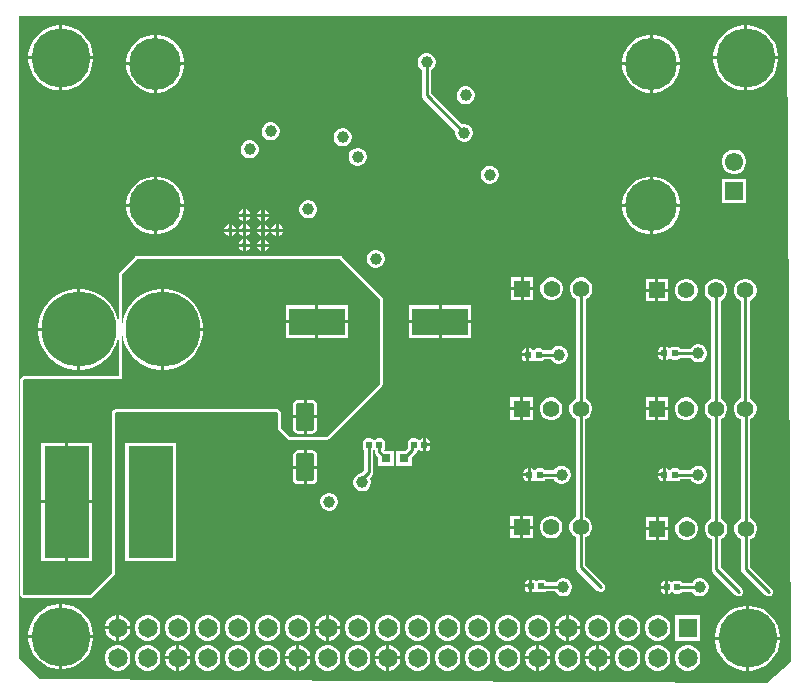
<source format=gbr>
G04*
G04 #@! TF.GenerationSoftware,Altium Limited,Altium Designer,23.10.1 (27)*
G04*
G04 Layer_Physical_Order=1*
G04 Layer_Color=255*
%FSLAX42Y42*%
%MOMM*%
G71*
G04*
G04 #@! TF.SameCoordinates,D45A84C9-24EE-431E-81B0-E16C7BED9CBD*
G04*
G04*
G04 #@! TF.FilePolarity,Positive*
G04*
G01*
G75*
%ADD17C,0.25*%
%ADD21C,0.25*%
G04:AMPARAMS|DCode=22|XSize=0.55mm|YSize=0.5mm|CornerRadius=0.06mm|HoleSize=0mm|Usage=FLASHONLY|Rotation=270.000|XOffset=0mm|YOffset=0mm|HoleType=Round|Shape=RoundedRectangle|*
%AMROUNDEDRECTD22*
21,1,0.55,0.38,0,0,270.0*
21,1,0.43,0.50,0,0,270.0*
1,1,0.13,-0.19,-0.21*
1,1,0.13,-0.19,0.21*
1,1,0.13,0.19,0.21*
1,1,0.13,0.19,-0.21*
%
%ADD22ROUNDEDRECTD22*%
%ADD23R,4.75X2.30*%
G04:AMPARAMS|DCode=24|XSize=2.33mm|YSize=1.55mm|CornerRadius=0.19mm|HoleSize=0mm|Usage=FLASHONLY|Rotation=270.000|XOffset=0mm|YOffset=0mm|HoleType=Round|Shape=RoundedRectangle|*
%AMROUNDEDRECTD24*
21,1,2.33,1.16,0,0,270.0*
21,1,1.94,1.55,0,0,270.0*
1,1,0.39,-0.58,-0.97*
1,1,0.39,-0.58,0.97*
1,1,0.39,0.58,0.97*
1,1,0.39,0.58,-0.97*
%
%ADD24ROUNDEDRECTD24*%
%ADD25R,0.80X0.80*%
%ADD31C,1.65*%
%ADD32R,1.65X1.65*%
%ADD35C,1.55*%
%ADD36R,1.55X1.55*%
%ADD37C,1.40*%
%ADD38R,1.40X1.40*%
%ADD43C,6.35*%
%ADD44C,4.40*%
%ADD45R,3.81X9.53*%
%ADD46C,5.00*%
%ADD47C,1.00*%
%ADD48C,0.50*%
G36*
X6185Y-5118D02*
X5982Y-5296D01*
X5969D01*
X-174Y-5261D01*
X-350Y-5086D01*
Y350D01*
X6150D01*
X6185Y-5118D01*
D02*
G37*
%LPC*%
G36*
X5822Y275D02*
X5813D01*
Y13D01*
X6075D01*
Y22D01*
X6069Y64D01*
X6055Y106D01*
X6036Y144D01*
X6010Y179D01*
X5979Y210D01*
X5944Y236D01*
X5906Y255D01*
X5864Y269D01*
X5822Y275D01*
D02*
G37*
G36*
X5787D02*
X5778D01*
X5736Y269D01*
X5694Y255D01*
X5656Y236D01*
X5621Y210D01*
X5590Y179D01*
X5564Y144D01*
X5545Y106D01*
X5531Y64D01*
X5525Y22D01*
Y13D01*
X5787D01*
Y275D01*
D02*
G37*
G36*
X22D02*
X13D01*
Y13D01*
X275D01*
Y22D01*
X269Y64D01*
X255Y106D01*
X236Y144D01*
X210Y179D01*
X179Y210D01*
X144Y236D01*
X106Y255D01*
X64Y269D01*
X22Y275D01*
D02*
G37*
G36*
X-13D02*
X-22D01*
X-64Y269D01*
X-106Y255D01*
X-144Y236D01*
X-179Y210D01*
X-210Y179D01*
X-236Y144D01*
X-255Y106D01*
X-269Y64D01*
X-275Y22D01*
Y13D01*
X-13D01*
Y275D01*
D02*
G37*
G36*
X5024Y195D02*
X5013D01*
Y-37D01*
X5245D01*
Y-26D01*
X5236Y22D01*
X5217Y66D01*
X5191Y106D01*
X5156Y141D01*
X5116Y167D01*
X5072Y186D01*
X5024Y195D01*
D02*
G37*
G36*
X4987D02*
X4976D01*
X4928Y186D01*
X4884Y167D01*
X4844Y141D01*
X4809Y106D01*
X4783Y66D01*
X4764Y22D01*
X4755Y-26D01*
Y-37D01*
X4987D01*
Y195D01*
D02*
G37*
G36*
X824D02*
X813D01*
Y-37D01*
X1045D01*
Y-26D01*
X1036Y22D01*
X1017Y66D01*
X991Y106D01*
X956Y141D01*
X916Y167D01*
X872Y186D01*
X824Y195D01*
D02*
G37*
G36*
X787D02*
X776D01*
X728Y186D01*
X684Y167D01*
X644Y141D01*
X609Y106D01*
X583Y66D01*
X564Y22D01*
X555Y-26D01*
Y-37D01*
X787D01*
Y195D01*
D02*
G37*
G36*
X6075Y-13D02*
X5813D01*
Y-275D01*
X5822D01*
X5864Y-269D01*
X5906Y-255D01*
X5944Y-236D01*
X5979Y-210D01*
X6010Y-179D01*
X6036Y-144D01*
X6055Y-106D01*
X6069Y-64D01*
X6075Y-22D01*
Y-13D01*
D02*
G37*
G36*
X5787D02*
X5525D01*
Y-22D01*
X5531Y-64D01*
X5545Y-106D01*
X5564Y-144D01*
X5590Y-179D01*
X5621Y-210D01*
X5656Y-236D01*
X5694Y-255D01*
X5736Y-269D01*
X5778Y-275D01*
X5787D01*
Y-13D01*
D02*
G37*
G36*
X275D02*
X13D01*
Y-275D01*
X22D01*
X64Y-269D01*
X106Y-255D01*
X144Y-236D01*
X179Y-210D01*
X210Y-179D01*
X236Y-144D01*
X255Y-106D01*
X269Y-64D01*
X275Y-22D01*
Y-13D01*
D02*
G37*
G36*
X-13D02*
X-275D01*
Y-22D01*
X-269Y-64D01*
X-255Y-106D01*
X-236Y-144D01*
X-210Y-179D01*
X-179Y-210D01*
X-144Y-236D01*
X-106Y-255D01*
X-64Y-269D01*
X-22Y-275D01*
X-13D01*
Y-13D01*
D02*
G37*
G36*
X5245Y-63D02*
X5013D01*
Y-295D01*
X5024D01*
X5072Y-286D01*
X5116Y-267D01*
X5156Y-241D01*
X5191Y-206D01*
X5217Y-166D01*
X5236Y-122D01*
X5245Y-74D01*
Y-63D01*
D02*
G37*
G36*
X4987D02*
X4755D01*
Y-74D01*
X4764Y-122D01*
X4783Y-166D01*
X4809Y-206D01*
X4844Y-241D01*
X4884Y-267D01*
X4928Y-286D01*
X4976Y-295D01*
X4987D01*
Y-63D01*
D02*
G37*
G36*
X1045D02*
X813D01*
Y-295D01*
X824D01*
X872Y-286D01*
X916Y-267D01*
X956Y-241D01*
X991Y-206D01*
X1017Y-166D01*
X1036Y-122D01*
X1045Y-74D01*
Y-63D01*
D02*
G37*
G36*
X787D02*
X555D01*
Y-74D01*
X564Y-122D01*
X583Y-166D01*
X609Y-206D01*
X644Y-241D01*
X684Y-267D01*
X728Y-286D01*
X776Y-295D01*
X787D01*
Y-63D01*
D02*
G37*
G36*
X3439Y-242D02*
X3419D01*
X3400Y-247D01*
X3383Y-257D01*
X3369Y-271D01*
X3359Y-288D01*
X3354Y-308D01*
Y-327D01*
X3359Y-347D01*
X3369Y-364D01*
X3383Y-378D01*
X3400Y-388D01*
X3419Y-393D01*
X3439D01*
X3458Y-388D01*
X3475Y-378D01*
X3489Y-364D01*
X3499Y-347D01*
X3504Y-327D01*
Y-308D01*
X3499Y-288D01*
X3489Y-271D01*
X3475Y-257D01*
X3458Y-247D01*
X3439Y-242D01*
D02*
G37*
G36*
X1788Y-547D02*
X1768D01*
X1749Y-552D01*
X1732Y-562D01*
X1718Y-576D01*
X1708Y-593D01*
X1703Y-612D01*
Y-632D01*
X1708Y-651D01*
X1718Y-669D01*
X1732Y-683D01*
X1749Y-693D01*
X1768Y-698D01*
X1788D01*
X1807Y-693D01*
X1824Y-683D01*
X1838Y-669D01*
X1848Y-651D01*
X1853Y-632D01*
Y-612D01*
X1848Y-593D01*
X1838Y-576D01*
X1824Y-562D01*
X1807Y-552D01*
X1788Y-547D01*
D02*
G37*
G36*
X3109Y37D02*
X3089D01*
X3070Y32D01*
X3053Y22D01*
X3038Y8D01*
X3029Y-9D01*
X3023Y-28D01*
Y-48D01*
X3029Y-67D01*
X3038Y-84D01*
X3053Y-98D01*
X3060Y-103D01*
Y-317D01*
X3063Y-332D01*
X3071Y-345D01*
X3343Y-617D01*
X3341Y-625D01*
Y-645D01*
X3346Y-664D01*
X3356Y-681D01*
X3370Y-695D01*
X3387Y-705D01*
X3406Y-710D01*
X3426D01*
X3445Y-705D01*
X3463Y-695D01*
X3477Y-681D01*
X3487Y-664D01*
X3492Y-645D01*
Y-625D01*
X3487Y-606D01*
X3477Y-589D01*
X3463Y-575D01*
X3445Y-565D01*
X3426Y-560D01*
X3406D01*
X3398Y-562D01*
X3138Y-301D01*
Y-103D01*
X3145Y-98D01*
X3159Y-84D01*
X3169Y-67D01*
X3174Y-48D01*
Y-28D01*
X3169Y-9D01*
X3159Y8D01*
X3145Y22D01*
X3128Y32D01*
X3109Y37D01*
D02*
G37*
G36*
X2398Y-598D02*
X2378D01*
X2358Y-603D01*
X2341Y-613D01*
X2327Y-627D01*
X2317Y-644D01*
X2312Y-663D01*
Y-683D01*
X2317Y-702D01*
X2327Y-719D01*
X2341Y-733D01*
X2358Y-743D01*
X2378Y-749D01*
X2398D01*
X2417Y-743D01*
X2434Y-733D01*
X2448Y-719D01*
X2458Y-702D01*
X2463Y-683D01*
Y-663D01*
X2458Y-644D01*
X2448Y-627D01*
X2434Y-613D01*
X2417Y-603D01*
X2398Y-598D01*
D02*
G37*
G36*
X1610Y-699D02*
X1590D01*
X1571Y-704D01*
X1554Y-714D01*
X1540Y-728D01*
X1530Y-746D01*
X1525Y-765D01*
Y-785D01*
X1530Y-804D01*
X1540Y-821D01*
X1554Y-835D01*
X1571Y-845D01*
X1590Y-850D01*
X1610D01*
X1629Y-845D01*
X1646Y-835D01*
X1661Y-821D01*
X1670Y-804D01*
X1676Y-785D01*
Y-765D01*
X1670Y-746D01*
X1661Y-728D01*
X1646Y-714D01*
X1629Y-704D01*
X1610Y-699D01*
D02*
G37*
G36*
X2525Y-763D02*
X2505D01*
X2485Y-768D01*
X2468Y-778D01*
X2454Y-792D01*
X2444Y-809D01*
X2439Y-828D01*
Y-848D01*
X2444Y-867D01*
X2454Y-884D01*
X2468Y-899D01*
X2485Y-908D01*
X2505Y-914D01*
X2525D01*
X2544Y-908D01*
X2561Y-899D01*
X2575Y-884D01*
X2585Y-867D01*
X2590Y-848D01*
Y-828D01*
X2585Y-809D01*
X2575Y-792D01*
X2561Y-778D01*
X2544Y-768D01*
X2525Y-763D01*
D02*
G37*
G36*
X5716Y-777D02*
X5689D01*
X5663Y-784D01*
X5639Y-798D01*
X5620Y-817D01*
X5606Y-841D01*
X5599Y-867D01*
Y-894D01*
X5606Y-920D01*
X5620Y-943D01*
X5639Y-963D01*
X5663Y-976D01*
X5689Y-983D01*
X5716D01*
X5742Y-976D01*
X5765Y-963D01*
X5785Y-943D01*
X5798Y-920D01*
X5805Y-894D01*
Y-867D01*
X5798Y-841D01*
X5785Y-817D01*
X5765Y-798D01*
X5742Y-784D01*
X5716Y-777D01*
D02*
G37*
G36*
X3642Y-915D02*
X3622D01*
X3603Y-920D01*
X3586Y-930D01*
X3572Y-944D01*
X3562Y-961D01*
X3557Y-981D01*
Y-1001D01*
X3562Y-1020D01*
X3572Y-1037D01*
X3586Y-1051D01*
X3603Y-1061D01*
X3622Y-1066D01*
X3642D01*
X3661Y-1061D01*
X3678Y-1051D01*
X3693Y-1037D01*
X3702Y-1020D01*
X3708Y-1001D01*
Y-981D01*
X3702Y-961D01*
X3693Y-944D01*
X3678Y-930D01*
X3661Y-920D01*
X3642Y-915D01*
D02*
G37*
G36*
X5805Y-1027D02*
X5599D01*
Y-1233D01*
X5805D01*
Y-1027D01*
D02*
G37*
G36*
X5024Y-1005D02*
X5013D01*
Y-1237D01*
X5245D01*
Y-1226D01*
X5236Y-1178D01*
X5217Y-1134D01*
X5191Y-1094D01*
X5156Y-1059D01*
X5116Y-1033D01*
X5072Y-1014D01*
X5024Y-1005D01*
D02*
G37*
G36*
X4987D02*
X4976D01*
X4928Y-1014D01*
X4884Y-1033D01*
X4844Y-1059D01*
X4809Y-1094D01*
X4783Y-1134D01*
X4764Y-1178D01*
X4755Y-1226D01*
Y-1237D01*
X4987D01*
Y-1005D01*
D02*
G37*
G36*
X824D02*
X813D01*
Y-1237D01*
X1045D01*
Y-1226D01*
X1036Y-1178D01*
X1017Y-1134D01*
X991Y-1094D01*
X956Y-1059D01*
X916Y-1033D01*
X872Y-1014D01*
X824Y-1005D01*
D02*
G37*
G36*
X787D02*
X776D01*
X728Y-1014D01*
X684Y-1033D01*
X644Y-1059D01*
X609Y-1094D01*
X583Y-1134D01*
X564Y-1178D01*
X555Y-1226D01*
Y-1237D01*
X787D01*
Y-1005D01*
D02*
G37*
G36*
X1726Y-1283D02*
Y-1319D01*
X1762D01*
X1756Y-1304D01*
X1742Y-1289D01*
X1726Y-1283D01*
D02*
G37*
G36*
X1700D02*
X1685Y-1289D01*
X1670Y-1304D01*
X1664Y-1319D01*
X1700D01*
Y-1283D01*
D02*
G37*
G36*
X1569D02*
Y-1319D01*
X1605D01*
X1599Y-1304D01*
X1584Y-1289D01*
X1569Y-1283D01*
D02*
G37*
G36*
X1543D02*
X1527Y-1289D01*
X1513Y-1304D01*
X1507Y-1319D01*
X1543D01*
Y-1283D01*
D02*
G37*
G36*
X2105Y-1207D02*
X2086D01*
X2066Y-1212D01*
X2049Y-1222D01*
X2035Y-1236D01*
X2025Y-1254D01*
X2020Y-1273D01*
Y-1293D01*
X2025Y-1312D01*
X2035Y-1329D01*
X2049Y-1343D01*
X2066Y-1353D01*
X2086Y-1358D01*
X2105D01*
X2125Y-1353D01*
X2142Y-1343D01*
X2156Y-1329D01*
X2166Y-1312D01*
X2171Y-1293D01*
Y-1273D01*
X2166Y-1254D01*
X2156Y-1236D01*
X2142Y-1222D01*
X2125Y-1212D01*
X2105Y-1207D01*
D02*
G37*
G36*
X1762Y-1345D02*
X1726D01*
Y-1381D01*
X1742Y-1375D01*
X1756Y-1361D01*
X1762Y-1345D01*
D02*
G37*
G36*
X1700D02*
X1664D01*
X1670Y-1361D01*
X1685Y-1375D01*
X1700Y-1381D01*
Y-1345D01*
D02*
G37*
G36*
X1605D02*
X1569D01*
Y-1381D01*
X1584Y-1375D01*
X1599Y-1361D01*
X1605Y-1345D01*
D02*
G37*
G36*
X1543D02*
X1507D01*
X1513Y-1361D01*
X1527Y-1375D01*
X1543Y-1381D01*
Y-1345D01*
D02*
G37*
G36*
X1847Y-1410D02*
Y-1446D01*
X1884D01*
X1877Y-1431D01*
X1863Y-1416D01*
X1847Y-1410D01*
D02*
G37*
G36*
X1822D02*
X1806Y-1416D01*
X1792Y-1431D01*
X1785Y-1446D01*
X1822D01*
Y-1410D01*
D02*
G37*
G36*
X1726D02*
Y-1446D01*
X1762D01*
X1756Y-1431D01*
X1742Y-1416D01*
X1726Y-1410D01*
D02*
G37*
G36*
X1700D02*
X1685Y-1416D01*
X1670Y-1431D01*
X1664Y-1446D01*
X1700D01*
Y-1410D01*
D02*
G37*
G36*
X1569D02*
Y-1446D01*
X1605D01*
X1599Y-1431D01*
X1584Y-1416D01*
X1569Y-1410D01*
D02*
G37*
G36*
X1543D02*
X1527Y-1416D01*
X1513Y-1431D01*
X1507Y-1446D01*
X1543D01*
Y-1410D01*
D02*
G37*
G36*
X1447D02*
Y-1446D01*
X1484D01*
X1477Y-1431D01*
X1463Y-1416D01*
X1447Y-1410D01*
D02*
G37*
G36*
X1422D02*
X1406Y-1416D01*
X1392Y-1431D01*
X1385Y-1446D01*
X1422D01*
Y-1410D01*
D02*
G37*
G36*
X5245Y-1263D02*
X5013D01*
Y-1495D01*
X5024D01*
X5072Y-1486D01*
X5116Y-1467D01*
X5156Y-1441D01*
X5191Y-1406D01*
X5217Y-1366D01*
X5236Y-1322D01*
X5245Y-1274D01*
Y-1263D01*
D02*
G37*
G36*
X4987D02*
X4755D01*
Y-1274D01*
X4764Y-1322D01*
X4783Y-1366D01*
X4809Y-1406D01*
X4844Y-1441D01*
X4884Y-1467D01*
X4928Y-1486D01*
X4976Y-1495D01*
X4987D01*
Y-1263D01*
D02*
G37*
G36*
X1045D02*
X813D01*
Y-1495D01*
X824D01*
X872Y-1486D01*
X916Y-1467D01*
X956Y-1441D01*
X991Y-1406D01*
X1017Y-1366D01*
X1036Y-1322D01*
X1045Y-1274D01*
Y-1263D01*
D02*
G37*
G36*
X787D02*
X555D01*
Y-1274D01*
X564Y-1322D01*
X583Y-1366D01*
X609Y-1406D01*
X644Y-1441D01*
X684Y-1467D01*
X728Y-1486D01*
X776Y-1495D01*
X787D01*
Y-1263D01*
D02*
G37*
G36*
X1884Y-1472D02*
X1847D01*
Y-1508D01*
X1863Y-1502D01*
X1877Y-1488D01*
X1884Y-1472D01*
D02*
G37*
G36*
X1822D02*
X1785D01*
X1792Y-1488D01*
X1806Y-1502D01*
X1822Y-1508D01*
Y-1472D01*
D02*
G37*
G36*
X1762D02*
X1726D01*
Y-1508D01*
X1742Y-1502D01*
X1756Y-1488D01*
X1762Y-1472D01*
D02*
G37*
G36*
X1700D02*
X1664D01*
X1670Y-1488D01*
X1685Y-1502D01*
X1700Y-1508D01*
Y-1472D01*
D02*
G37*
G36*
X1605D02*
X1569D01*
Y-1508D01*
X1584Y-1502D01*
X1599Y-1488D01*
X1605Y-1472D01*
D02*
G37*
G36*
X1543D02*
X1507D01*
X1513Y-1488D01*
X1527Y-1502D01*
X1543Y-1508D01*
Y-1472D01*
D02*
G37*
G36*
X1484D02*
X1447D01*
Y-1508D01*
X1463Y-1502D01*
X1477Y-1488D01*
X1484Y-1472D01*
D02*
G37*
G36*
X1422D02*
X1385D01*
X1392Y-1488D01*
X1406Y-1502D01*
X1422Y-1508D01*
Y-1472D01*
D02*
G37*
G36*
X1726Y-1537D02*
Y-1573D01*
X1762D01*
X1756Y-1558D01*
X1742Y-1543D01*
X1726Y-1537D01*
D02*
G37*
G36*
X1700D02*
X1685Y-1543D01*
X1670Y-1558D01*
X1664Y-1573D01*
X1700D01*
Y-1537D01*
D02*
G37*
G36*
X1569D02*
Y-1573D01*
X1605D01*
X1599Y-1558D01*
X1584Y-1543D01*
X1569Y-1537D01*
D02*
G37*
G36*
X1543D02*
X1527Y-1543D01*
X1513Y-1558D01*
X1507Y-1573D01*
X1543D01*
Y-1537D01*
D02*
G37*
G36*
X1762Y-1599D02*
X1726D01*
Y-1635D01*
X1742Y-1629D01*
X1756Y-1615D01*
X1762Y-1599D01*
D02*
G37*
G36*
X1700D02*
X1664D01*
X1670Y-1615D01*
X1685Y-1629D01*
X1700Y-1635D01*
Y-1599D01*
D02*
G37*
G36*
X1605D02*
X1569D01*
Y-1635D01*
X1584Y-1629D01*
X1599Y-1615D01*
X1605Y-1599D01*
D02*
G37*
G36*
X1543D02*
X1507D01*
X1513Y-1615D01*
X1527Y-1629D01*
X1543Y-1635D01*
Y-1599D01*
D02*
G37*
G36*
X2360Y-1676D02*
X653D01*
X653Y-1676D01*
X650Y-1676D01*
X648Y-1676D01*
X645Y-1676D01*
X643Y-1677D01*
X643Y-1677D01*
X642Y-1677D01*
X642Y-1677D01*
X640Y-1678D01*
X640Y-1678D01*
X640Y-1678D01*
X638Y-1679D01*
X636Y-1680D01*
D01*
X636Y-1680D01*
X634Y-1681D01*
X632Y-1682D01*
X630Y-1684D01*
X628Y-1685D01*
X626Y-1687D01*
X626Y-1687D01*
X626Y-1687D01*
X502Y-1810D01*
X497Y-1819D01*
X495Y-1829D01*
Y-2269D01*
X487Y-2218D01*
X470Y-2167D01*
X446Y-2119D01*
X414Y-2075D01*
X376Y-2037D01*
X332Y-2005D01*
X284Y-1981D01*
X233Y-1964D01*
X179Y-1956D01*
X165D01*
Y-2299D01*
Y-2642D01*
X179D01*
X233Y-2633D01*
X284Y-2616D01*
X332Y-2592D01*
X376Y-2560D01*
X414Y-2522D01*
X446Y-2478D01*
X470Y-2430D01*
X487Y-2379D01*
X495Y-2329D01*
Y-2692D01*
X-300D01*
X-300Y-2692D01*
X-302Y-2692D01*
X-305Y-2692D01*
X-307Y-2692D01*
X-307Y-2692D01*
X-307D01*
X-307Y-2692D01*
X-310Y-2693D01*
X-310Y-2693D01*
X-310Y-2693D01*
X-310Y-2693D01*
X-312Y-2694D01*
X-312Y-2694D01*
X-312Y-2694D01*
X-314Y-2695D01*
X-316Y-2696D01*
X-316Y-2696D01*
X-317Y-2696D01*
X-317Y-2696D01*
X-317Y-2696D01*
X-317Y-2696D01*
X-319Y-2697D01*
X-321Y-2698D01*
X-321Y-2698D01*
X-321Y-2698D01*
X-321Y-2698D01*
X-321Y-2698D01*
X-323Y-2700D01*
X-325Y-2701D01*
X-327Y-2703D01*
X-327Y-2703D01*
X-327Y-2703D01*
X-332Y-2709D01*
X-332Y-2709D01*
X-332Y-2709D01*
X-334Y-2710D01*
X-335Y-2712D01*
X-337Y-2713D01*
X-337Y-2713D01*
X-337Y-2714D01*
X-337Y-2714D01*
X-338Y-2716D01*
X-339Y-2717D01*
X-339Y-2717D01*
X-339Y-2718D01*
X-340Y-2719D01*
X-340Y-2719D01*
X-340Y-2719D01*
Y-2719D01*
X-340Y-2719D01*
X-340Y-2719D01*
X-340Y-2719D01*
X-341Y-2722D01*
Y-2722D01*
X-341Y-2723D01*
X-341Y-2723D01*
X-341Y-2723D01*
X-342Y-2726D01*
X-343Y-2728D01*
X-343Y-2728D01*
Y-2728D01*
X-343Y-2728D01*
X-343Y-2731D01*
X-343Y-2733D01*
Y-4541D01*
Y-4544D01*
X-343Y-4547D01*
X-343Y-4549D01*
X-343Y-4550D01*
X-343Y-4550D01*
X-343Y-4550D01*
X-342Y-4552D01*
X-341Y-4554D01*
X-341Y-4554D01*
X-341Y-4554D01*
X-341Y-4555D01*
X-341Y-4555D01*
X-340Y-4556D01*
X-339Y-4558D01*
X-339Y-4559D01*
X-338Y-4559D01*
X-338Y-4559D01*
X-338Y-4560D01*
X-337Y-4561D01*
X-335Y-4563D01*
X-335Y-4564D01*
X-334Y-4564D01*
X-334Y-4564D01*
X-334Y-4565D01*
X-332Y-4566D01*
X-331Y-4567D01*
X-330Y-4567D01*
X-330D01*
X-330Y-4568D01*
X-329Y-4568D01*
X-327Y-4569D01*
X-326Y-4570D01*
X-326Y-4570D01*
X-326Y-4570D01*
X-325Y-4571D01*
X-322Y-4571D01*
X-320Y-4572D01*
X-317Y-4572D01*
X-316Y-4572D01*
X-316Y-4572D01*
X-316Y-4572D01*
X-315Y-4572D01*
X251D01*
X252Y-4572D01*
X253Y-4572D01*
X255Y-4572D01*
X256Y-4572D01*
X257Y-4572D01*
X258Y-4572D01*
X258Y-4572D01*
X259Y-4571D01*
X261Y-4571D01*
X261Y-4570D01*
X261Y-4570D01*
X266Y-4569D01*
X266Y-4569D01*
X266Y-4569D01*
X266Y-4569D01*
X266Y-4569D01*
X266Y-4569D01*
X268Y-4567D01*
X270Y-4567D01*
X270Y-4567D01*
X270Y-4566D01*
X270Y-4566D01*
X272Y-4565D01*
X274Y-4563D01*
X276Y-4561D01*
X276Y-4561D01*
X447Y-4391D01*
X447Y-4391D01*
X447Y-4391D01*
X448Y-4389D01*
X449Y-4387D01*
X451Y-4386D01*
X451Y-4386D01*
X451Y-4385D01*
X452Y-4385D01*
X452Y-4383D01*
X453Y-4382D01*
X453Y-4382D01*
X453Y-4381D01*
X454Y-4381D01*
X454Y-4380D01*
X454Y-4380D01*
Y-4380D01*
X454Y-4380D01*
X454Y-4380D01*
X454Y-4380D01*
X455Y-4377D01*
Y-4377D01*
X456Y-4376D01*
X456Y-4376D01*
X456Y-4376D01*
X456Y-4374D01*
X457Y-4371D01*
X457Y-4371D01*
Y-4371D01*
X457Y-4371D01*
X457Y-4369D01*
X458Y-4366D01*
Y-3008D01*
X468Y-2998D01*
X1831D01*
X1841Y-3008D01*
Y-3132D01*
X1841Y-3132D01*
X1841Y-3134D01*
X1842Y-3137D01*
X1842Y-3139D01*
X1842Y-3139D01*
Y-3139D01*
X1842Y-3139D01*
X1842Y-3142D01*
X1843Y-3142D01*
X1843Y-3142D01*
X1843Y-3142D01*
X1843Y-3144D01*
X1843Y-3144D01*
X1843Y-3144D01*
X1844Y-3146D01*
X1845Y-3148D01*
X1845Y-3148D01*
X1845Y-3149D01*
X1845Y-3149D01*
X1845Y-3149D01*
X1845Y-3149D01*
X1846Y-3151D01*
X1847Y-3153D01*
X1847Y-3153D01*
X1847Y-3153D01*
X1847Y-3153D01*
X1847Y-3153D01*
X1849Y-3155D01*
X1850Y-3157D01*
X1852Y-3159D01*
X1852Y-3159D01*
X1852Y-3159D01*
X1921Y-3228D01*
X1921Y-3228D01*
X1921Y-3228D01*
X1923Y-3230D01*
X1925Y-3231D01*
X1926Y-3232D01*
X1926Y-3232D01*
X1927Y-3232D01*
X1927Y-3233D01*
X1929Y-3234D01*
X1930Y-3234D01*
X1930Y-3234D01*
X1931Y-3235D01*
X1931Y-3235D01*
X1932Y-3235D01*
X1932Y-3235D01*
X1932D01*
X1932Y-3235D01*
X1932Y-3235D01*
X1932Y-3235D01*
X1935Y-3237D01*
X1935D01*
X1936Y-3237D01*
X1936Y-3237D01*
X1936Y-3237D01*
X1938Y-3238D01*
X1941Y-3238D01*
X1941Y-3238D01*
X1941D01*
X1941Y-3238D01*
X1943Y-3238D01*
X1946Y-3239D01*
X2243D01*
X2243Y-3239D01*
X2245Y-3239D01*
X2248Y-3238D01*
X2250Y-3238D01*
X2250Y-3238D01*
X2250D01*
X2250Y-3238D01*
X2253Y-3238D01*
X2253Y-3237D01*
X2253Y-3237D01*
X2253Y-3237D01*
X2255Y-3237D01*
X2255Y-3237D01*
X2255Y-3237D01*
X2257Y-3236D01*
X2259Y-3235D01*
X2259Y-3235D01*
X2260Y-3235D01*
X2260Y-3235D01*
X2260Y-3235D01*
X2260Y-3235D01*
X2262Y-3234D01*
X2264Y-3233D01*
X2264Y-3233D01*
X2264Y-3233D01*
X2264Y-3233D01*
X2264Y-3233D01*
X2266Y-3231D01*
X2268Y-3230D01*
X2270Y-3228D01*
X2270Y-3228D01*
X2270Y-3228D01*
X2720Y-2778D01*
X2720Y-2778D01*
X2720Y-2778D01*
X2722Y-2776D01*
X2723Y-2774D01*
X2724Y-2773D01*
X2724Y-2773D01*
X2724Y-2772D01*
X2725Y-2772D01*
X2726Y-2770D01*
X2726Y-2769D01*
X2726Y-2769D01*
X2727Y-2768D01*
X2727Y-2768D01*
X2727Y-2767D01*
X2727Y-2767D01*
Y-2767D01*
X2727Y-2767D01*
X2727Y-2767D01*
X2727Y-2767D01*
X2729Y-2764D01*
Y-2764D01*
X2729Y-2763D01*
X2729Y-2763D01*
X2729Y-2763D01*
X2730Y-2761D01*
X2730Y-2758D01*
X2730Y-2758D01*
Y-2758D01*
X2730Y-2758D01*
X2730Y-2756D01*
X2731Y-2753D01*
Y-2050D01*
X2731Y-2050D01*
X2731Y-2047D01*
X2730Y-2045D01*
X2730Y-2042D01*
X2730Y-2042D01*
Y-2042D01*
X2730Y-2042D01*
X2730Y-2040D01*
X2729Y-2040D01*
X2729Y-2039D01*
X2729Y-2039D01*
X2729Y-2037D01*
X2729Y-2037D01*
X2729Y-2037D01*
X2728Y-2035D01*
X2727Y-2033D01*
X2727Y-2033D01*
X2727Y-2033D01*
X2727Y-2033D01*
X2727Y-2033D01*
X2727Y-2033D01*
X2726Y-2031D01*
X2725Y-2029D01*
X2725Y-2029D01*
X2725Y-2029D01*
X2725Y-2029D01*
X2725Y-2028D01*
X2723Y-2027D01*
X2722Y-2025D01*
X2720Y-2023D01*
X2720Y-2023D01*
X2720Y-2023D01*
X2635Y-1937D01*
X2382Y-1685D01*
X2380Y-1684D01*
X2378Y-1682D01*
X2376Y-1681D01*
X2374Y-1680D01*
X2374Y-1680D01*
D01*
X2370Y-1678D01*
X2370Y-1678D01*
X2370Y-1678D01*
X2370Y-1678D01*
X2367Y-1677D01*
X2365Y-1676D01*
X2362Y-1676D01*
X2360Y-1676D01*
D02*
G37*
G36*
X2677Y-1626D02*
X2657D01*
X2638Y-1632D01*
X2621Y-1641D01*
X2607Y-1656D01*
X2597Y-1673D01*
X2592Y-1692D01*
Y-1712D01*
X2597Y-1731D01*
X2607Y-1748D01*
X2621Y-1762D01*
X2638Y-1772D01*
X2657Y-1777D01*
X2677D01*
X2696Y-1772D01*
X2713Y-1762D01*
X2727Y-1748D01*
X2737Y-1731D01*
X2742Y-1712D01*
Y-1692D01*
X2737Y-1673D01*
X2727Y-1656D01*
X2713Y-1641D01*
X2696Y-1632D01*
X2677Y-1626D01*
D02*
G37*
G36*
X4002Y-1860D02*
X3920D01*
Y-1943D01*
X4002D01*
Y-1860D01*
D02*
G37*
G36*
X3894D02*
X3812D01*
Y-1943D01*
X3894D01*
Y-1860D01*
D02*
G37*
G36*
X5143Y-1871D02*
X5061D01*
Y-1954D01*
X5143D01*
Y-1871D01*
D02*
G37*
G36*
X5035D02*
X4953D01*
Y-1954D01*
X5035D01*
Y-1871D01*
D02*
G37*
G36*
X4169Y-1860D02*
X4144D01*
X4120Y-1867D01*
X4098Y-1879D01*
X4081Y-1897D01*
X4068Y-1919D01*
X4062Y-1943D01*
Y-1968D01*
X4068Y-1993D01*
X4081Y-2014D01*
X4098Y-2032D01*
X4120Y-2045D01*
X4144Y-2051D01*
X4169D01*
X4194Y-2045D01*
X4215Y-2032D01*
X4233Y-2014D01*
X4246Y-1993D01*
X4252Y-1968D01*
Y-1943D01*
X4246Y-1919D01*
X4233Y-1897D01*
X4215Y-1879D01*
X4194Y-1867D01*
X4169Y-1860D01*
D02*
G37*
G36*
X4002Y-1968D02*
X3920D01*
Y-2051D01*
X4002D01*
Y-1968D01*
D02*
G37*
G36*
X3894D02*
X3812D01*
Y-2051D01*
X3894D01*
Y-1968D01*
D02*
G37*
G36*
X5310Y-1871D02*
X5285D01*
X5261Y-1878D01*
X5239Y-1890D01*
X5222Y-1908D01*
X5209Y-1930D01*
X5203Y-1954D01*
Y-1979D01*
X5209Y-2004D01*
X5222Y-2025D01*
X5239Y-2043D01*
X5261Y-2056D01*
X5285Y-2062D01*
X5310D01*
X5335Y-2056D01*
X5356Y-2043D01*
X5374Y-2025D01*
X5387Y-2004D01*
X5393Y-1979D01*
Y-1954D01*
X5387Y-1930D01*
X5374Y-1908D01*
X5356Y-1890D01*
X5335Y-1878D01*
X5310Y-1871D01*
D02*
G37*
G36*
X5143Y-1980D02*
X5061D01*
Y-2062D01*
X5143D01*
Y-1980D01*
D02*
G37*
G36*
X5035D02*
X4953D01*
Y-2062D01*
X5035D01*
Y-1980D01*
D02*
G37*
G36*
X3478Y-2095D02*
X3228D01*
Y-2223D01*
X3478D01*
Y-2095D01*
D02*
G37*
G36*
X3202D02*
X2952D01*
Y-2223D01*
X3202D01*
Y-2095D01*
D02*
G37*
G36*
X140Y-1956D02*
X125D01*
X72Y-1964D01*
X21Y-1981D01*
X-27Y-2005D01*
X-71Y-2037D01*
X-109Y-2075D01*
X-141Y-2119D01*
X-165Y-2167D01*
X-182Y-2218D01*
X-190Y-2272D01*
Y-2286D01*
X140D01*
Y-1956D01*
D02*
G37*
G36*
X3478Y-2248D02*
X3228D01*
Y-2376D01*
X3478D01*
Y-2248D01*
D02*
G37*
G36*
X3202D02*
X2952D01*
Y-2376D01*
X3202D01*
Y-2248D01*
D02*
G37*
G36*
X5407Y-2426D02*
X5388D01*
X5368Y-2432D01*
X5351Y-2442D01*
X5337Y-2456D01*
X5333Y-2463D01*
X5246D01*
X5243Y-2458D01*
X5232Y-2451D01*
X5220Y-2448D01*
X5182D01*
X5170Y-2451D01*
X5160Y-2458D01*
X5156Y-2463D01*
X5153Y-2458D01*
X5142Y-2451D01*
X5130Y-2448D01*
X5124D01*
Y-2502D01*
Y-2555D01*
X5130D01*
X5142Y-2553D01*
X5153Y-2546D01*
X5156Y-2541D01*
X5160Y-2546D01*
X5170Y-2553D01*
X5182Y-2555D01*
X5220D01*
X5232Y-2553D01*
X5243Y-2546D01*
X5246Y-2541D01*
X5333D01*
X5337Y-2548D01*
X5351Y-2562D01*
X5368Y-2572D01*
X5388Y-2577D01*
X5407D01*
X5427Y-2572D01*
X5444Y-2562D01*
X5458Y-2548D01*
X5468Y-2531D01*
X5473Y-2512D01*
Y-2492D01*
X5468Y-2473D01*
X5458Y-2456D01*
X5444Y-2442D01*
X5427Y-2432D01*
X5407Y-2426D01*
D02*
G37*
G36*
X4226Y-2439D02*
X4206D01*
X4187Y-2444D01*
X4170Y-2454D01*
X4156Y-2468D01*
X4152Y-2476D01*
X4091D01*
X4087Y-2471D01*
X4077Y-2464D01*
X4064Y-2461D01*
X4027D01*
X4014Y-2464D01*
X4004Y-2471D01*
X4001Y-2476D01*
X3997Y-2471D01*
X3987Y-2464D01*
X3974Y-2461D01*
X3968D01*
Y-2515D01*
Y-2568D01*
X3974D01*
X3987Y-2566D01*
X3997Y-2559D01*
X4001Y-2554D01*
X4004Y-2559D01*
X4014Y-2566D01*
X4027Y-2568D01*
X4064D01*
X4077Y-2566D01*
X4087Y-2559D01*
X4091Y-2553D01*
X4152D01*
X4156Y-2561D01*
X4170Y-2575D01*
X4187Y-2585D01*
X4206Y-2590D01*
X4226D01*
X4246Y-2585D01*
X4263Y-2575D01*
X4277Y-2561D01*
X4287Y-2544D01*
X4292Y-2525D01*
Y-2505D01*
X4287Y-2485D01*
X4277Y-2468D01*
X4263Y-2454D01*
X4246Y-2444D01*
X4226Y-2439D01*
D02*
G37*
G36*
X5099Y-2448D02*
X5092D01*
X5080Y-2451D01*
X5070Y-2458D01*
X5063Y-2468D01*
X5060Y-2481D01*
Y-2489D01*
X5099D01*
Y-2448D01*
D02*
G37*
G36*
X3943Y-2461D02*
X3937D01*
X3924Y-2464D01*
X3914Y-2471D01*
X3907Y-2481D01*
X3904Y-2493D01*
Y-2502D01*
X3943D01*
Y-2461D01*
D02*
G37*
G36*
X5099Y-2515D02*
X5060D01*
Y-2523D01*
X5063Y-2535D01*
X5070Y-2546D01*
X5080Y-2553D01*
X5092Y-2555D01*
X5099D01*
Y-2515D01*
D02*
G37*
G36*
X3943Y-2527D02*
X3904D01*
Y-2536D01*
X3907Y-2548D01*
X3914Y-2559D01*
X3924Y-2566D01*
X3937Y-2568D01*
X3943D01*
Y-2527D01*
D02*
G37*
G36*
X140Y-2311D02*
X-190D01*
Y-2326D01*
X-182Y-2379D01*
X-165Y-2430D01*
X-141Y-2478D01*
X-109Y-2522D01*
X-71Y-2560D01*
X-27Y-2592D01*
X21Y-2616D01*
X72Y-2633D01*
X125Y-2642D01*
X140D01*
Y-2311D01*
D02*
G37*
G36*
X5143Y-2875D02*
X5061D01*
Y-2957D01*
X5143D01*
Y-2875D01*
D02*
G37*
G36*
X5035D02*
X4953D01*
Y-2957D01*
X5035D01*
Y-2875D01*
D02*
G37*
G36*
X3998Y-2876D02*
X3916D01*
Y-2959D01*
X3998D01*
Y-2876D01*
D02*
G37*
G36*
X3890D02*
X3808D01*
Y-2959D01*
X3890D01*
Y-2876D01*
D02*
G37*
G36*
X5310Y-2875D02*
X5285D01*
X5261Y-2881D01*
X5239Y-2894D01*
X5222Y-2912D01*
X5209Y-2933D01*
X5203Y-2958D01*
Y-2983D01*
X5209Y-3007D01*
X5222Y-3029D01*
X5239Y-3046D01*
X5261Y-3059D01*
X5285Y-3066D01*
X5310D01*
X5335Y-3059D01*
X5356Y-3046D01*
X5374Y-3029D01*
X5387Y-3007D01*
X5393Y-2983D01*
Y-2958D01*
X5387Y-2933D01*
X5374Y-2912D01*
X5356Y-2894D01*
X5335Y-2881D01*
X5310Y-2875D01*
D02*
G37*
G36*
X5143Y-2983D02*
X5061D01*
Y-3066D01*
X5143D01*
Y-2983D01*
D02*
G37*
G36*
X5035D02*
X4953D01*
Y-3066D01*
X5035D01*
Y-2983D01*
D02*
G37*
G36*
X4165Y-2876D02*
X4140D01*
X4116Y-2883D01*
X4094Y-2895D01*
X4077Y-2913D01*
X4064Y-2935D01*
X4058Y-2959D01*
Y-2984D01*
X4064Y-3009D01*
X4077Y-3030D01*
X4094Y-3048D01*
X4116Y-3061D01*
X4140Y-3067D01*
X4165D01*
X4190Y-3061D01*
X4211Y-3048D01*
X4229Y-3030D01*
X4242Y-3009D01*
X4248Y-2984D01*
Y-2959D01*
X4242Y-2935D01*
X4229Y-2913D01*
X4211Y-2895D01*
X4190Y-2883D01*
X4165Y-2876D01*
D02*
G37*
G36*
X3998Y-2984D02*
X3916D01*
Y-3067D01*
X3998D01*
Y-2984D01*
D02*
G37*
G36*
X3890D02*
X3808D01*
Y-3067D01*
X3890D01*
Y-2984D01*
D02*
G37*
G36*
X3068Y-3223D02*
X3062D01*
X3049Y-3226D01*
X3039Y-3233D01*
X3035Y-3238D01*
X3032Y-3233D01*
X3021Y-3226D01*
X3009Y-3223D01*
X2972D01*
X2959Y-3226D01*
X2949Y-3233D01*
X2942Y-3243D01*
X2939Y-3255D01*
Y-3288D01*
X2939Y-3289D01*
Y-3303D01*
X2916Y-3326D01*
X2841D01*
Y-3456D01*
X2971D01*
Y-3380D01*
X3005Y-3346D01*
X3014Y-3334D01*
X3015Y-3329D01*
X3021Y-3328D01*
X3032Y-3321D01*
X3035Y-3316D01*
X3039Y-3321D01*
X3049Y-3328D01*
X3062Y-3330D01*
X3068D01*
Y-3277D01*
Y-3223D01*
D02*
G37*
G36*
X2718D02*
X2681D01*
X2668Y-3226D01*
X2658Y-3233D01*
X2654Y-3238D01*
X2651Y-3233D01*
X2640Y-3226D01*
X2628Y-3223D01*
X2591D01*
X2578Y-3226D01*
X2568Y-3233D01*
X2561Y-3243D01*
X2558Y-3255D01*
Y-3298D01*
X2561Y-3310D01*
X2568Y-3321D01*
X2570Y-3322D01*
Y-3494D01*
X2546Y-3519D01*
X2543D01*
X2524Y-3524D01*
X2506Y-3534D01*
X2492Y-3548D01*
X2482Y-3565D01*
X2477Y-3584D01*
Y-3604D01*
X2482Y-3623D01*
X2492Y-3640D01*
X2506Y-3654D01*
X2524Y-3664D01*
X2543Y-3669D01*
X2563D01*
X2582Y-3664D01*
X2599Y-3654D01*
X2613Y-3640D01*
X2623Y-3623D01*
X2628Y-3604D01*
Y-3584D01*
X2623Y-3565D01*
X2618Y-3556D01*
X2637Y-3537D01*
X2645Y-3525D01*
X2648Y-3510D01*
Y-3322D01*
X2651Y-3321D01*
X2654Y-3316D01*
X2658Y-3321D01*
X2660Y-3322D01*
Y-3334D01*
X2663Y-3349D01*
X2672Y-3362D01*
X2691Y-3380D01*
Y-3456D01*
X2821D01*
Y-3326D01*
X2745D01*
X2741Y-3321D01*
X2741Y-3321D01*
X2748Y-3310D01*
X2750Y-3298D01*
Y-3255D01*
X2748Y-3243D01*
X2741Y-3233D01*
X2730Y-3226D01*
X2718Y-3223D01*
D02*
G37*
G36*
X3099D02*
X3093D01*
Y-3264D01*
X3131D01*
Y-3255D01*
X3129Y-3243D01*
X3122Y-3233D01*
X3111Y-3226D01*
X3099Y-3223D01*
D02*
G37*
G36*
X3131Y-3289D02*
X3093D01*
Y-3330D01*
X3099D01*
X3111Y-3328D01*
X3122Y-3321D01*
X3129Y-3310D01*
X3131Y-3298D01*
Y-3289D01*
D02*
G37*
G36*
X2128Y-3324D02*
X2083D01*
Y-3454D01*
X2174D01*
Y-3370D01*
X2170Y-3353D01*
X2161Y-3338D01*
X2146Y-3328D01*
X2128Y-3324D01*
D02*
G37*
G36*
X2057D02*
X2012D01*
X1995Y-3328D01*
X1980Y-3338D01*
X1970Y-3353D01*
X1966Y-3370D01*
Y-3454D01*
X2057D01*
Y-3324D01*
D02*
G37*
G36*
X5407Y-3455D02*
X5388D01*
X5368Y-3460D01*
X5351Y-3470D01*
X5337Y-3484D01*
X5333Y-3492D01*
X5246D01*
X5243Y-3487D01*
X5232Y-3480D01*
X5220Y-3477D01*
X5182D01*
X5170Y-3480D01*
X5160Y-3487D01*
X5156Y-3492D01*
X5153Y-3487D01*
X5142Y-3480D01*
X5130Y-3477D01*
X5124D01*
Y-3531D01*
Y-3584D01*
X5130D01*
X5142Y-3582D01*
X5153Y-3575D01*
X5156Y-3570D01*
X5160Y-3575D01*
X5170Y-3582D01*
X5182Y-3584D01*
X5220D01*
X5232Y-3582D01*
X5243Y-3575D01*
X5246Y-3569D01*
X5333D01*
X5337Y-3577D01*
X5351Y-3591D01*
X5368Y-3601D01*
X5388Y-3606D01*
X5407D01*
X5427Y-3601D01*
X5444Y-3591D01*
X5458Y-3577D01*
X5468Y-3560D01*
X5473Y-3541D01*
Y-3521D01*
X5468Y-3501D01*
X5458Y-3484D01*
X5444Y-3470D01*
X5427Y-3460D01*
X5407Y-3455D01*
D02*
G37*
G36*
X4252D02*
X4232D01*
X4213Y-3460D01*
X4196Y-3470D01*
X4181Y-3484D01*
X4177Y-3492D01*
X4103D01*
X4100Y-3487D01*
X4089Y-3480D01*
X4077Y-3477D01*
X4039D01*
X4027Y-3480D01*
X4017Y-3487D01*
X4013Y-3492D01*
X4010Y-3487D01*
X3999Y-3480D01*
X3987Y-3477D01*
X3981D01*
Y-3531D01*
Y-3584D01*
X3987D01*
X3999Y-3582D01*
X4010Y-3575D01*
X4013Y-3570D01*
X4017Y-3575D01*
X4027Y-3582D01*
X4039Y-3584D01*
X4077D01*
X4089Y-3582D01*
X4100Y-3575D01*
X4103Y-3569D01*
X4177D01*
X4181Y-3577D01*
X4196Y-3591D01*
X4213Y-3601D01*
X4232Y-3606D01*
X4252D01*
X4271Y-3601D01*
X4288Y-3591D01*
X4302Y-3577D01*
X4312Y-3560D01*
X4317Y-3541D01*
Y-3521D01*
X4312Y-3501D01*
X4302Y-3484D01*
X4288Y-3470D01*
X4271Y-3460D01*
X4252Y-3455D01*
D02*
G37*
G36*
X5099Y-3477D02*
X5092D01*
X5080Y-3480D01*
X5070Y-3487D01*
X5063Y-3497D01*
X5060Y-3509D01*
Y-3518D01*
X5099D01*
Y-3477D01*
D02*
G37*
G36*
X3956D02*
X3949D01*
X3937Y-3480D01*
X3927Y-3487D01*
X3920Y-3497D01*
X3917Y-3509D01*
Y-3518D01*
X3956D01*
Y-3477D01*
D02*
G37*
G36*
X5099Y-3543D02*
X5060D01*
Y-3552D01*
X5063Y-3564D01*
X5070Y-3575D01*
X5080Y-3582D01*
X5092Y-3584D01*
X5099D01*
Y-3543D01*
D02*
G37*
G36*
X3956D02*
X3917D01*
Y-3552D01*
X3920Y-3564D01*
X3927Y-3575D01*
X3937Y-3582D01*
X3949Y-3584D01*
X3956D01*
Y-3543D01*
D02*
G37*
G36*
X2174Y-3480D02*
X2083D01*
Y-3610D01*
X2128D01*
X2146Y-3606D01*
X2161Y-3597D01*
X2170Y-3582D01*
X2174Y-3564D01*
Y-3480D01*
D02*
G37*
G36*
X2057D02*
X1966D01*
Y-3564D01*
X1970Y-3582D01*
X1980Y-3597D01*
X1995Y-3606D01*
X2012Y-3610D01*
X2057D01*
Y-3480D01*
D02*
G37*
G36*
X2283Y-3684D02*
X2263D01*
X2244Y-3689D01*
X2227Y-3699D01*
X2213Y-3713D01*
X2203Y-3730D01*
X2198Y-3749D01*
Y-3769D01*
X2203Y-3788D01*
X2213Y-3805D01*
X2227Y-3820D01*
X2244Y-3829D01*
X2263Y-3835D01*
X2283D01*
X2302Y-3829D01*
X2320Y-3820D01*
X2334Y-3805D01*
X2344Y-3788D01*
X2349Y-3769D01*
Y-3749D01*
X2344Y-3730D01*
X2334Y-3713D01*
X2320Y-3699D01*
X2302Y-3689D01*
X2283Y-3684D01*
D02*
G37*
G36*
X3998Y-3878D02*
X3916D01*
Y-3961D01*
X3998D01*
Y-3878D01*
D02*
G37*
G36*
X3890D02*
X3808D01*
Y-3961D01*
X3890D01*
Y-3878D01*
D02*
G37*
G36*
X5145Y-3892D02*
X5063D01*
Y-3975D01*
X5145D01*
Y-3892D01*
D02*
G37*
G36*
X5037D02*
X4954D01*
Y-3975D01*
X5037D01*
Y-3892D01*
D02*
G37*
G36*
X4165Y-3878D02*
X4140D01*
X4116Y-3885D01*
X4094Y-3897D01*
X4077Y-3915D01*
X4064Y-3937D01*
X4058Y-3961D01*
Y-3986D01*
X4064Y-4010D01*
X4077Y-4032D01*
X4094Y-4050D01*
X4116Y-4062D01*
X4140Y-4069D01*
X4165D01*
X4190Y-4062D01*
X4211Y-4050D01*
X4229Y-4032D01*
X4242Y-4010D01*
X4248Y-3986D01*
Y-3961D01*
X4242Y-3937D01*
X4229Y-3915D01*
X4211Y-3897D01*
X4190Y-3885D01*
X4165Y-3878D01*
D02*
G37*
G36*
X3998Y-3986D02*
X3916D01*
Y-4069D01*
X3998D01*
Y-3986D01*
D02*
G37*
G36*
X3890D02*
X3808D01*
Y-4069D01*
X3890D01*
Y-3986D01*
D02*
G37*
G36*
X5312Y-3892D02*
X5287D01*
X5263Y-3899D01*
X5241Y-3911D01*
X5224Y-3929D01*
X5211Y-3951D01*
X5204Y-3975D01*
Y-4000D01*
X5211Y-4025D01*
X5224Y-4046D01*
X5241Y-4064D01*
X5263Y-4077D01*
X5287Y-4083D01*
X5312D01*
X5337Y-4077D01*
X5358Y-4064D01*
X5376Y-4046D01*
X5389Y-4025D01*
X5395Y-4000D01*
Y-3975D01*
X5389Y-3951D01*
X5376Y-3929D01*
X5358Y-3911D01*
X5337Y-3899D01*
X5312Y-3892D01*
D02*
G37*
G36*
X5145Y-4000D02*
X5063D01*
Y-4083D01*
X5145D01*
Y-4000D01*
D02*
G37*
G36*
X5037D02*
X4954D01*
Y-4083D01*
X5037D01*
Y-4000D01*
D02*
G37*
G36*
X978Y-3258D02*
X546D01*
Y-4261D01*
X978D01*
Y-3258D01*
D02*
G37*
G36*
X4264Y-4408D02*
X4245D01*
X4225Y-4413D01*
X4208Y-4423D01*
X4194Y-4437D01*
X4194Y-4438D01*
X4120D01*
X4119Y-4437D01*
X4112Y-4426D01*
X4102Y-4419D01*
X4090Y-4417D01*
X4052D01*
X4040Y-4419D01*
X4029Y-4426D01*
X4026Y-4431D01*
X4022Y-4426D01*
X4012Y-4419D01*
X4000Y-4417D01*
X3994D01*
Y-4470D01*
Y-4524D01*
X4000D01*
X4012Y-4521D01*
X4022Y-4514D01*
X4026Y-4509D01*
X4029Y-4514D01*
X4040Y-4521D01*
X4052Y-4524D01*
X4090D01*
X4102Y-4521D01*
X4111Y-4516D01*
X4186D01*
X4194Y-4529D01*
X4208Y-4543D01*
X4225Y-4553D01*
X4245Y-4558D01*
X4264D01*
X4284Y-4553D01*
X4301Y-4543D01*
X4315Y-4529D01*
X4325Y-4512D01*
X4330Y-4493D01*
Y-4473D01*
X4325Y-4454D01*
X4315Y-4437D01*
X4301Y-4423D01*
X4284Y-4413D01*
X4264Y-4408D01*
D02*
G37*
G36*
X5420D02*
X5400D01*
X5381Y-4413D01*
X5364Y-4423D01*
X5350Y-4437D01*
X5346Y-4444D01*
X5265D01*
X5261Y-4439D01*
X5251Y-4432D01*
X5238Y-4430D01*
X5201D01*
X5189Y-4432D01*
X5178Y-4439D01*
X5175Y-4444D01*
X5171Y-4439D01*
X5161Y-4432D01*
X5148Y-4430D01*
X5142D01*
Y-4483D01*
Y-4537D01*
X5148D01*
X5161Y-4534D01*
X5171Y-4527D01*
X5175Y-4522D01*
X5178Y-4527D01*
X5189Y-4534D01*
X5201Y-4537D01*
X5238D01*
X5251Y-4534D01*
X5261Y-4527D01*
X5265Y-4522D01*
X5346D01*
X5350Y-4529D01*
X5364Y-4543D01*
X5381Y-4553D01*
X5400Y-4558D01*
X5420D01*
X5439Y-4553D01*
X5456Y-4543D01*
X5471Y-4529D01*
X5480Y-4512D01*
X5486Y-4493D01*
Y-4473D01*
X5480Y-4454D01*
X5471Y-4437D01*
X5456Y-4423D01*
X5439Y-4413D01*
X5420Y-4408D01*
D02*
G37*
G36*
X3968Y-4417D02*
X3962D01*
X3950Y-4419D01*
X3939Y-4426D01*
X3932Y-4437D01*
X3930Y-4449D01*
Y-4458D01*
X3968D01*
Y-4417D01*
D02*
G37*
G36*
X5117Y-4430D02*
X5111D01*
X5099Y-4432D01*
X5088Y-4439D01*
X5081Y-4450D01*
X5079Y-4462D01*
Y-4470D01*
X5117D01*
Y-4430D01*
D02*
G37*
G36*
X4419Y-1860D02*
X4394D01*
X4370Y-1867D01*
X4348Y-1879D01*
X4331Y-1897D01*
X4318Y-1919D01*
X4312Y-1943D01*
Y-1968D01*
X4318Y-1993D01*
X4331Y-2014D01*
X4348Y-2032D01*
X4366Y-2042D01*
Y-2883D01*
X4344Y-2895D01*
X4327Y-2913D01*
X4314Y-2935D01*
X4308Y-2959D01*
Y-2984D01*
X4314Y-3009D01*
X4327Y-3030D01*
X4344Y-3048D01*
X4364Y-3060D01*
Y-3886D01*
X4344Y-3897D01*
X4327Y-3915D01*
X4314Y-3937D01*
X4308Y-3961D01*
Y-3986D01*
X4314Y-4010D01*
X4327Y-4032D01*
X4344Y-4050D01*
X4364Y-4061D01*
Y-4314D01*
X4367Y-4329D01*
X4375Y-4341D01*
X4545Y-4511D01*
X4548Y-4513D01*
X4550Y-4515D01*
X4554Y-4517D01*
X4557Y-4519D01*
X4561Y-4520D01*
X4564Y-4521D01*
X4568D01*
X4572Y-4522D01*
X4576Y-4521D01*
X4580D01*
X4583Y-4520D01*
X4587Y-4519D01*
X4590Y-4517D01*
X4594Y-4515D01*
X4596Y-4513D01*
X4599Y-4511D01*
X4602Y-4507D01*
X4604Y-4505D01*
X4606Y-4501D01*
X4608Y-4498D01*
X4609Y-4494D01*
X4610Y-4491D01*
Y-4487D01*
X4611Y-4483D01*
X4610Y-4479D01*
Y-4476D01*
X4609Y-4472D01*
X4608Y-4468D01*
X4606Y-4465D01*
X4604Y-4462D01*
X4602Y-4459D01*
X4599Y-4456D01*
X4442Y-4298D01*
Y-4061D01*
X4461Y-4050D01*
X4479Y-4032D01*
X4492Y-4010D01*
X4498Y-3986D01*
Y-3961D01*
X4492Y-3937D01*
X4479Y-3915D01*
X4461Y-3897D01*
X4442Y-3886D01*
Y-3060D01*
X4461Y-3048D01*
X4479Y-3030D01*
X4492Y-3009D01*
X4498Y-2984D01*
Y-2959D01*
X4492Y-2935D01*
X4479Y-2913D01*
X4461Y-2895D01*
X4444Y-2885D01*
Y-2045D01*
X4465Y-2032D01*
X4483Y-2014D01*
X4496Y-1993D01*
X4502Y-1968D01*
Y-1943D01*
X4496Y-1919D01*
X4483Y-1897D01*
X4465Y-1879D01*
X4444Y-1867D01*
X4419Y-1860D01*
D02*
G37*
G36*
X3968Y-4483D02*
X3930D01*
Y-4492D01*
X3932Y-4504D01*
X3939Y-4514D01*
X3950Y-4521D01*
X3962Y-4524D01*
X3968D01*
Y-4483D01*
D02*
G37*
G36*
X5117Y-4496D02*
X5079D01*
Y-4504D01*
X5081Y-4517D01*
X5088Y-4527D01*
X5099Y-4534D01*
X5111Y-4537D01*
X5117D01*
Y-4496D01*
D02*
G37*
G36*
X5810Y-1871D02*
X5785D01*
X5761Y-1878D01*
X5739Y-1890D01*
X5722Y-1908D01*
X5709Y-1930D01*
X5703Y-1954D01*
Y-1979D01*
X5709Y-2004D01*
X5722Y-2025D01*
X5739Y-2043D01*
X5759Y-2055D01*
Y-2882D01*
X5739Y-2894D01*
X5722Y-2912D01*
X5709Y-2933D01*
X5703Y-2958D01*
Y-2983D01*
X5709Y-3007D01*
X5722Y-3029D01*
X5739Y-3046D01*
X5760Y-3058D01*
Y-3901D01*
X5741Y-3911D01*
X5724Y-3929D01*
X5711Y-3951D01*
X5704Y-3975D01*
Y-4000D01*
X5711Y-4025D01*
X5724Y-4046D01*
X5741Y-4064D01*
X5761Y-4076D01*
Y-4327D01*
X5764Y-4342D01*
X5772Y-4354D01*
X5967Y-4549D01*
X5970Y-4551D01*
X5973Y-4553D01*
X5976Y-4555D01*
X5980Y-4557D01*
X5983Y-4558D01*
X5987Y-4559D01*
X5991D01*
X5994Y-4560D01*
X5998Y-4559D01*
X6002D01*
X6006Y-4558D01*
X6009Y-4557D01*
X6012Y-4555D01*
X6016Y-4553D01*
X6019Y-4551D01*
X6022Y-4549D01*
X6024Y-4545D01*
X6027Y-4543D01*
X6028Y-4539D01*
X6030Y-4536D01*
X6031Y-4532D01*
X6033Y-4529D01*
Y-4525D01*
X6033Y-4521D01*
X6033Y-4517D01*
Y-4514D01*
X6031Y-4510D01*
X6030Y-4506D01*
X6028Y-4503D01*
X6027Y-4500D01*
X6024Y-4497D01*
X6022Y-4494D01*
X5839Y-4311D01*
Y-4076D01*
X5858Y-4064D01*
X5876Y-4046D01*
X5889Y-4025D01*
X5895Y-4000D01*
Y-3975D01*
X5889Y-3951D01*
X5876Y-3929D01*
X5858Y-3911D01*
X5838Y-3899D01*
Y-3057D01*
X5856Y-3046D01*
X5874Y-3029D01*
X5887Y-3007D01*
X5893Y-2983D01*
Y-2958D01*
X5887Y-2933D01*
X5874Y-2912D01*
X5856Y-2894D01*
X5837Y-2882D01*
Y-2055D01*
X5856Y-2043D01*
X5874Y-2025D01*
X5887Y-2004D01*
X5893Y-1979D01*
Y-1954D01*
X5887Y-1930D01*
X5874Y-1908D01*
X5856Y-1890D01*
X5835Y-1878D01*
X5810Y-1871D01*
D02*
G37*
G36*
X5560D02*
X5535D01*
X5511Y-1878D01*
X5489Y-1890D01*
X5472Y-1908D01*
X5459Y-1930D01*
X5453Y-1954D01*
Y-1979D01*
X5459Y-2004D01*
X5472Y-2025D01*
X5489Y-2043D01*
X5509Y-2055D01*
Y-2882D01*
X5489Y-2894D01*
X5472Y-2912D01*
X5459Y-2933D01*
X5453Y-2958D01*
Y-2983D01*
X5459Y-3007D01*
X5472Y-3029D01*
X5489Y-3046D01*
X5510Y-3058D01*
Y-3901D01*
X5491Y-3911D01*
X5474Y-3929D01*
X5461Y-3951D01*
X5454Y-3975D01*
Y-4000D01*
X5461Y-4025D01*
X5474Y-4046D01*
X5491Y-4064D01*
X5511Y-4076D01*
Y-4331D01*
X5514Y-4346D01*
X5522Y-4358D01*
X5713Y-4549D01*
X5716Y-4551D01*
X5719Y-4553D01*
X5722Y-4555D01*
X5726Y-4557D01*
X5729Y-4558D01*
X5733Y-4559D01*
X5737D01*
X5740Y-4560D01*
X5744Y-4559D01*
X5748D01*
X5752Y-4558D01*
X5755Y-4557D01*
X5758Y-4555D01*
X5762Y-4553D01*
X5765Y-4551D01*
X5768Y-4549D01*
X5770Y-4545D01*
X5773Y-4543D01*
X5774Y-4539D01*
X5776Y-4536D01*
X5777Y-4532D01*
X5778Y-4529D01*
Y-4525D01*
X5779Y-4521D01*
X5778Y-4517D01*
Y-4514D01*
X5777Y-4510D01*
X5776Y-4506D01*
X5774Y-4503D01*
X5773Y-4500D01*
X5770Y-4497D01*
X5768Y-4494D01*
X5589Y-4315D01*
Y-4076D01*
X5608Y-4064D01*
X5626Y-4046D01*
X5639Y-4025D01*
X5645Y-4000D01*
Y-3975D01*
X5639Y-3951D01*
X5626Y-3929D01*
X5608Y-3911D01*
X5588Y-3899D01*
Y-3057D01*
X5606Y-3046D01*
X5624Y-3029D01*
X5637Y-3007D01*
X5643Y-2983D01*
Y-2958D01*
X5637Y-2933D01*
X5624Y-2912D01*
X5606Y-2894D01*
X5587Y-2882D01*
Y-2055D01*
X5606Y-2043D01*
X5624Y-2025D01*
X5637Y-2004D01*
X5643Y-1979D01*
Y-1954D01*
X5637Y-1930D01*
X5624Y-1908D01*
X5606Y-1890D01*
X5585Y-1878D01*
X5560Y-1871D01*
D02*
G37*
G36*
X4307Y-4718D02*
X4305D01*
Y-4813D01*
X4401D01*
Y-4812D01*
X4393Y-4784D01*
X4379Y-4760D01*
X4359Y-4740D01*
X4334Y-4725D01*
X4307Y-4718D01*
D02*
G37*
G36*
X4280D02*
X4278D01*
X4251Y-4725D01*
X4226Y-4740D01*
X4206Y-4760D01*
X4192Y-4784D01*
X4185Y-4812D01*
Y-4813D01*
X4280D01*
Y-4718D01*
D02*
G37*
G36*
X2275D02*
X2273D01*
Y-4813D01*
X2368D01*
Y-4812D01*
X2361Y-4784D01*
X2347Y-4760D01*
X2327Y-4740D01*
X2302Y-4725D01*
X2275Y-4718D01*
D02*
G37*
G36*
X2248D02*
X2246D01*
X2219Y-4725D01*
X2194Y-4740D01*
X2174Y-4760D01*
X2160Y-4784D01*
X2153Y-4812D01*
Y-4813D01*
X2248D01*
Y-4718D01*
D02*
G37*
G36*
X497D02*
X495D01*
Y-4813D01*
X591D01*
Y-4812D01*
X583Y-4784D01*
X569Y-4760D01*
X549Y-4740D01*
X524Y-4725D01*
X497Y-4718D01*
D02*
G37*
G36*
X470D02*
X468D01*
X441Y-4725D01*
X416Y-4740D01*
X396Y-4760D01*
X382Y-4784D01*
X375Y-4812D01*
Y-4813D01*
X470D01*
Y-4718D01*
D02*
G37*
G36*
X22Y-4625D02*
X13D01*
Y-4887D01*
X275D01*
Y-4878D01*
X269Y-4836D01*
X255Y-4794D01*
X236Y-4756D01*
X210Y-4721D01*
X179Y-4690D01*
X144Y-4664D01*
X106Y-4645D01*
X64Y-4631D01*
X22Y-4625D01*
D02*
G37*
G36*
X-13D02*
X-22D01*
X-64Y-4631D01*
X-106Y-4645D01*
X-144Y-4664D01*
X-179Y-4690D01*
X-210Y-4721D01*
X-236Y-4756D01*
X-255Y-4794D01*
X-269Y-4836D01*
X-275Y-4878D01*
Y-4887D01*
X-13D01*
Y-4625D01*
D02*
G37*
G36*
X5838Y-4640D02*
X5829D01*
Y-4902D01*
X6092D01*
Y-4893D01*
X6085Y-4850D01*
X6072Y-4809D01*
X6052Y-4771D01*
X6027Y-4735D01*
X5996Y-4705D01*
X5961Y-4679D01*
X5922Y-4660D01*
X5881Y-4646D01*
X5838Y-4640D01*
D02*
G37*
G36*
X5804D02*
X5795D01*
X5752Y-4646D01*
X5711Y-4660D01*
X5672Y-4679D01*
X5637Y-4705D01*
X5607Y-4735D01*
X5581Y-4771D01*
X5561Y-4809D01*
X5548Y-4850D01*
X5541Y-4893D01*
Y-4902D01*
X5804D01*
Y-4640D01*
D02*
G37*
G36*
X5417Y-4718D02*
X5201D01*
Y-4934D01*
X5417D01*
Y-4718D01*
D02*
G37*
G36*
X5069D02*
X5040D01*
X5013Y-4725D01*
X4988Y-4740D01*
X4968Y-4760D01*
X4954Y-4784D01*
X4947Y-4812D01*
Y-4840D01*
X4954Y-4868D01*
X4968Y-4892D01*
X4988Y-4912D01*
X5013Y-4927D01*
X5040Y-4934D01*
X5069D01*
X5096Y-4927D01*
X5121Y-4912D01*
X5141Y-4892D01*
X5155Y-4868D01*
X5162Y-4840D01*
Y-4812D01*
X5155Y-4784D01*
X5141Y-4760D01*
X5121Y-4740D01*
X5096Y-4725D01*
X5069Y-4718D01*
D02*
G37*
G36*
X4815D02*
X4786D01*
X4759Y-4725D01*
X4734Y-4740D01*
X4714Y-4760D01*
X4700Y-4784D01*
X4693Y-4812D01*
Y-4840D01*
X4700Y-4868D01*
X4714Y-4892D01*
X4734Y-4912D01*
X4759Y-4927D01*
X4786Y-4934D01*
X4815D01*
X4842Y-4927D01*
X4867Y-4912D01*
X4887Y-4892D01*
X4901Y-4868D01*
X4908Y-4840D01*
Y-4812D01*
X4901Y-4784D01*
X4887Y-4760D01*
X4867Y-4740D01*
X4842Y-4725D01*
X4815Y-4718D01*
D02*
G37*
G36*
X4561D02*
X4532D01*
X4505Y-4725D01*
X4480Y-4740D01*
X4460Y-4760D01*
X4446Y-4784D01*
X4439Y-4812D01*
Y-4840D01*
X4446Y-4868D01*
X4460Y-4892D01*
X4480Y-4912D01*
X4505Y-4927D01*
X4532Y-4934D01*
X4561D01*
X4588Y-4927D01*
X4613Y-4912D01*
X4633Y-4892D01*
X4647Y-4868D01*
X4654Y-4840D01*
Y-4812D01*
X4647Y-4784D01*
X4633Y-4760D01*
X4613Y-4740D01*
X4588Y-4725D01*
X4561Y-4718D01*
D02*
G37*
G36*
X4401Y-4839D02*
X4305D01*
Y-4934D01*
X4307D01*
X4334Y-4927D01*
X4359Y-4912D01*
X4379Y-4892D01*
X4393Y-4868D01*
X4401Y-4840D01*
Y-4839D01*
D02*
G37*
G36*
X4280D02*
X4185D01*
Y-4840D01*
X4192Y-4868D01*
X4206Y-4892D01*
X4226Y-4912D01*
X4251Y-4927D01*
X4278Y-4934D01*
X4280D01*
Y-4839D01*
D02*
G37*
G36*
X4053Y-4718D02*
X4024D01*
X3997Y-4725D01*
X3972Y-4740D01*
X3952Y-4760D01*
X3938Y-4784D01*
X3931Y-4812D01*
Y-4840D01*
X3938Y-4868D01*
X3952Y-4892D01*
X3972Y-4912D01*
X3997Y-4927D01*
X4024Y-4934D01*
X4053D01*
X4080Y-4927D01*
X4105Y-4912D01*
X4125Y-4892D01*
X4139Y-4868D01*
X4147Y-4840D01*
Y-4812D01*
X4139Y-4784D01*
X4125Y-4760D01*
X4105Y-4740D01*
X4080Y-4725D01*
X4053Y-4718D01*
D02*
G37*
G36*
X3799D02*
X3770D01*
X3743Y-4725D01*
X3718Y-4740D01*
X3698Y-4760D01*
X3684Y-4784D01*
X3677Y-4812D01*
Y-4840D01*
X3684Y-4868D01*
X3698Y-4892D01*
X3718Y-4912D01*
X3743Y-4927D01*
X3770Y-4934D01*
X3799D01*
X3826Y-4927D01*
X3851Y-4912D01*
X3871Y-4892D01*
X3885Y-4868D01*
X3892Y-4840D01*
Y-4812D01*
X3885Y-4784D01*
X3871Y-4760D01*
X3851Y-4740D01*
X3826Y-4725D01*
X3799Y-4718D01*
D02*
G37*
G36*
X3545D02*
X3516D01*
X3489Y-4725D01*
X3464Y-4740D01*
X3444Y-4760D01*
X3430Y-4784D01*
X3423Y-4812D01*
Y-4840D01*
X3430Y-4868D01*
X3444Y-4892D01*
X3464Y-4912D01*
X3489Y-4927D01*
X3516Y-4934D01*
X3545D01*
X3572Y-4927D01*
X3597Y-4912D01*
X3617Y-4892D01*
X3631Y-4868D01*
X3638Y-4840D01*
Y-4812D01*
X3631Y-4784D01*
X3617Y-4760D01*
X3597Y-4740D01*
X3572Y-4725D01*
X3545Y-4718D01*
D02*
G37*
G36*
X3291D02*
X3262D01*
X3235Y-4725D01*
X3210Y-4740D01*
X3190Y-4760D01*
X3176Y-4784D01*
X3169Y-4812D01*
Y-4840D01*
X3176Y-4868D01*
X3190Y-4892D01*
X3210Y-4912D01*
X3235Y-4927D01*
X3262Y-4934D01*
X3291D01*
X3318Y-4927D01*
X3343Y-4912D01*
X3363Y-4892D01*
X3377Y-4868D01*
X3385Y-4840D01*
Y-4812D01*
X3377Y-4784D01*
X3363Y-4760D01*
X3343Y-4740D01*
X3318Y-4725D01*
X3291Y-4718D01*
D02*
G37*
G36*
X3037D02*
X3008D01*
X2981Y-4725D01*
X2956Y-4740D01*
X2936Y-4760D01*
X2922Y-4784D01*
X2915Y-4812D01*
Y-4840D01*
X2922Y-4868D01*
X2936Y-4892D01*
X2956Y-4912D01*
X2981Y-4927D01*
X3008Y-4934D01*
X3037D01*
X3064Y-4927D01*
X3089Y-4912D01*
X3109Y-4892D01*
X3123Y-4868D01*
X3131Y-4840D01*
Y-4812D01*
X3123Y-4784D01*
X3109Y-4760D01*
X3089Y-4740D01*
X3064Y-4725D01*
X3037Y-4718D01*
D02*
G37*
G36*
X2783D02*
X2754D01*
X2727Y-4725D01*
X2702Y-4740D01*
X2682Y-4760D01*
X2668Y-4784D01*
X2661Y-4812D01*
Y-4840D01*
X2668Y-4868D01*
X2682Y-4892D01*
X2702Y-4912D01*
X2727Y-4927D01*
X2754Y-4934D01*
X2783D01*
X2810Y-4927D01*
X2835Y-4912D01*
X2855Y-4892D01*
X2869Y-4868D01*
X2876Y-4840D01*
Y-4812D01*
X2869Y-4784D01*
X2855Y-4760D01*
X2835Y-4740D01*
X2810Y-4725D01*
X2783Y-4718D01*
D02*
G37*
G36*
X2529D02*
X2500D01*
X2473Y-4725D01*
X2448Y-4740D01*
X2428Y-4760D01*
X2414Y-4784D01*
X2407Y-4812D01*
Y-4840D01*
X2414Y-4868D01*
X2428Y-4892D01*
X2448Y-4912D01*
X2473Y-4927D01*
X2500Y-4934D01*
X2529D01*
X2556Y-4927D01*
X2581Y-4912D01*
X2601Y-4892D01*
X2615Y-4868D01*
X2623Y-4840D01*
Y-4812D01*
X2615Y-4784D01*
X2601Y-4760D01*
X2581Y-4740D01*
X2556Y-4725D01*
X2529Y-4718D01*
D02*
G37*
G36*
X2368Y-4839D02*
X2273D01*
Y-4934D01*
X2275D01*
X2302Y-4927D01*
X2327Y-4912D01*
X2347Y-4892D01*
X2361Y-4868D01*
X2368Y-4840D01*
Y-4839D01*
D02*
G37*
G36*
X2248D02*
X2153D01*
Y-4840D01*
X2160Y-4868D01*
X2174Y-4892D01*
X2194Y-4912D01*
X2219Y-4927D01*
X2246Y-4934D01*
X2248D01*
Y-4839D01*
D02*
G37*
G36*
X2021Y-4718D02*
X1992D01*
X1965Y-4725D01*
X1940Y-4740D01*
X1920Y-4760D01*
X1906Y-4784D01*
X1899Y-4812D01*
Y-4840D01*
X1906Y-4868D01*
X1920Y-4892D01*
X1940Y-4912D01*
X1965Y-4927D01*
X1992Y-4934D01*
X2021D01*
X2048Y-4927D01*
X2073Y-4912D01*
X2093Y-4892D01*
X2107Y-4868D01*
X2115Y-4840D01*
Y-4812D01*
X2107Y-4784D01*
X2093Y-4760D01*
X2073Y-4740D01*
X2048Y-4725D01*
X2021Y-4718D01*
D02*
G37*
G36*
X1767D02*
X1738D01*
X1711Y-4725D01*
X1686Y-4740D01*
X1666Y-4760D01*
X1652Y-4784D01*
X1645Y-4812D01*
Y-4840D01*
X1652Y-4868D01*
X1666Y-4892D01*
X1686Y-4912D01*
X1711Y-4927D01*
X1738Y-4934D01*
X1767D01*
X1794Y-4927D01*
X1819Y-4912D01*
X1839Y-4892D01*
X1853Y-4868D01*
X1860Y-4840D01*
Y-4812D01*
X1853Y-4784D01*
X1839Y-4760D01*
X1819Y-4740D01*
X1794Y-4725D01*
X1767Y-4718D01*
D02*
G37*
G36*
X1513D02*
X1484D01*
X1457Y-4725D01*
X1432Y-4740D01*
X1412Y-4760D01*
X1398Y-4784D01*
X1391Y-4812D01*
Y-4840D01*
X1398Y-4868D01*
X1412Y-4892D01*
X1432Y-4912D01*
X1457Y-4927D01*
X1484Y-4934D01*
X1513D01*
X1540Y-4927D01*
X1565Y-4912D01*
X1585Y-4892D01*
X1599Y-4868D01*
X1607Y-4840D01*
Y-4812D01*
X1599Y-4784D01*
X1585Y-4760D01*
X1565Y-4740D01*
X1540Y-4725D01*
X1513Y-4718D01*
D02*
G37*
G36*
X1259D02*
X1230D01*
X1203Y-4725D01*
X1178Y-4740D01*
X1158Y-4760D01*
X1144Y-4784D01*
X1137Y-4812D01*
Y-4840D01*
X1144Y-4868D01*
X1158Y-4892D01*
X1178Y-4912D01*
X1203Y-4927D01*
X1230Y-4934D01*
X1259D01*
X1286Y-4927D01*
X1311Y-4912D01*
X1331Y-4892D01*
X1345Y-4868D01*
X1352Y-4840D01*
Y-4812D01*
X1345Y-4784D01*
X1331Y-4760D01*
X1311Y-4740D01*
X1286Y-4725D01*
X1259Y-4718D01*
D02*
G37*
G36*
X1005D02*
X976D01*
X949Y-4725D01*
X924Y-4740D01*
X904Y-4760D01*
X890Y-4784D01*
X883Y-4812D01*
Y-4840D01*
X890Y-4868D01*
X904Y-4892D01*
X924Y-4912D01*
X949Y-4927D01*
X976Y-4934D01*
X1005D01*
X1032Y-4927D01*
X1057Y-4912D01*
X1077Y-4892D01*
X1091Y-4868D01*
X1098Y-4840D01*
Y-4812D01*
X1091Y-4784D01*
X1077Y-4760D01*
X1057Y-4740D01*
X1032Y-4725D01*
X1005Y-4718D01*
D02*
G37*
G36*
X751D02*
X722D01*
X695Y-4725D01*
X670Y-4740D01*
X650Y-4760D01*
X636Y-4784D01*
X629Y-4812D01*
Y-4840D01*
X636Y-4868D01*
X650Y-4892D01*
X670Y-4912D01*
X695Y-4927D01*
X722Y-4934D01*
X751D01*
X778Y-4927D01*
X803Y-4912D01*
X823Y-4892D01*
X837Y-4868D01*
X844Y-4840D01*
Y-4812D01*
X837Y-4784D01*
X823Y-4760D01*
X803Y-4740D01*
X778Y-4725D01*
X751Y-4718D01*
D02*
G37*
G36*
X591Y-4839D02*
X495D01*
Y-4934D01*
X497D01*
X524Y-4927D01*
X549Y-4912D01*
X569Y-4892D01*
X583Y-4868D01*
X591Y-4840D01*
Y-4839D01*
D02*
G37*
G36*
X470D02*
X375D01*
Y-4840D01*
X382Y-4868D01*
X396Y-4892D01*
X416Y-4912D01*
X441Y-4927D01*
X468Y-4934D01*
X470D01*
Y-4839D01*
D02*
G37*
G36*
X4561Y-4972D02*
X4559D01*
Y-5067D01*
X4654D01*
Y-5066D01*
X4647Y-5038D01*
X4633Y-5014D01*
X4613Y-4994D01*
X4588Y-4979D01*
X4561Y-4972D01*
D02*
G37*
G36*
X4534D02*
X4532D01*
X4505Y-4979D01*
X4480Y-4994D01*
X4460Y-5014D01*
X4446Y-5038D01*
X4439Y-5066D01*
Y-5067D01*
X4534D01*
Y-4972D01*
D02*
G37*
G36*
X4053D02*
X4051D01*
Y-5067D01*
X4147D01*
Y-5066D01*
X4139Y-5038D01*
X4125Y-5014D01*
X4105Y-4994D01*
X4080Y-4979D01*
X4053Y-4972D01*
D02*
G37*
G36*
X4026D02*
X4024D01*
X3997Y-4979D01*
X3972Y-4994D01*
X3952Y-5014D01*
X3938Y-5038D01*
X3931Y-5066D01*
Y-5067D01*
X4026D01*
Y-4972D01*
D02*
G37*
G36*
X2783D02*
X2781D01*
Y-5067D01*
X2876D01*
Y-5066D01*
X2869Y-5038D01*
X2855Y-5014D01*
X2835Y-4994D01*
X2810Y-4979D01*
X2783Y-4972D01*
D02*
G37*
G36*
X2756D02*
X2754D01*
X2727Y-4979D01*
X2702Y-4994D01*
X2682Y-5014D01*
X2668Y-5038D01*
X2661Y-5066D01*
Y-5067D01*
X2756D01*
Y-4972D01*
D02*
G37*
G36*
X2021D02*
X2019D01*
Y-5067D01*
X2115D01*
Y-5066D01*
X2107Y-5038D01*
X2093Y-5014D01*
X2073Y-4994D01*
X2048Y-4979D01*
X2021Y-4972D01*
D02*
G37*
G36*
X1994D02*
X1992D01*
X1965Y-4979D01*
X1940Y-4994D01*
X1920Y-5014D01*
X1906Y-5038D01*
X1899Y-5066D01*
Y-5067D01*
X1994D01*
Y-4972D01*
D02*
G37*
G36*
X1005D02*
X1003D01*
Y-5067D01*
X1098D01*
Y-5066D01*
X1091Y-5038D01*
X1077Y-5014D01*
X1057Y-4994D01*
X1032Y-4979D01*
X1005Y-4972D01*
D02*
G37*
G36*
X978D02*
X976D01*
X949Y-4979D01*
X924Y-4994D01*
X904Y-5014D01*
X890Y-5038D01*
X883Y-5066D01*
Y-5067D01*
X978D01*
Y-4972D01*
D02*
G37*
G36*
X275Y-4913D02*
X13D01*
Y-5175D01*
X22D01*
X64Y-5169D01*
X106Y-5155D01*
X144Y-5136D01*
X179Y-5110D01*
X210Y-5079D01*
X236Y-5044D01*
X255Y-5006D01*
X269Y-4964D01*
X275Y-4922D01*
Y-4913D01*
D02*
G37*
G36*
X-13D02*
X-275D01*
Y-4922D01*
X-269Y-4964D01*
X-255Y-5006D01*
X-236Y-5044D01*
X-210Y-5079D01*
X-179Y-5110D01*
X-144Y-5136D01*
X-106Y-5155D01*
X-64Y-5169D01*
X-22Y-5175D01*
X-13D01*
Y-4913D01*
D02*
G37*
G36*
X5323Y-4972D02*
X5294D01*
X5267Y-4979D01*
X5242Y-4994D01*
X5222Y-5014D01*
X5208Y-5038D01*
X5201Y-5066D01*
Y-5094D01*
X5208Y-5122D01*
X5222Y-5146D01*
X5242Y-5166D01*
X5267Y-5181D01*
X5294Y-5188D01*
X5323D01*
X5350Y-5181D01*
X5375Y-5166D01*
X5395Y-5146D01*
X5409Y-5122D01*
X5417Y-5094D01*
Y-5066D01*
X5409Y-5038D01*
X5395Y-5014D01*
X5375Y-4994D01*
X5350Y-4979D01*
X5323Y-4972D01*
D02*
G37*
G36*
X5069D02*
X5040D01*
X5013Y-4979D01*
X4988Y-4994D01*
X4968Y-5014D01*
X4954Y-5038D01*
X4947Y-5066D01*
Y-5094D01*
X4954Y-5122D01*
X4968Y-5146D01*
X4988Y-5166D01*
X5013Y-5181D01*
X5040Y-5188D01*
X5069D01*
X5096Y-5181D01*
X5121Y-5166D01*
X5141Y-5146D01*
X5155Y-5122D01*
X5162Y-5094D01*
Y-5066D01*
X5155Y-5038D01*
X5141Y-5014D01*
X5121Y-4994D01*
X5096Y-4979D01*
X5069Y-4972D01*
D02*
G37*
G36*
X4815D02*
X4786D01*
X4759Y-4979D01*
X4734Y-4994D01*
X4714Y-5014D01*
X4700Y-5038D01*
X4693Y-5066D01*
Y-5094D01*
X4700Y-5122D01*
X4714Y-5146D01*
X4734Y-5166D01*
X4759Y-5181D01*
X4786Y-5188D01*
X4815D01*
X4842Y-5181D01*
X4867Y-5166D01*
X4887Y-5146D01*
X4901Y-5122D01*
X4908Y-5094D01*
Y-5066D01*
X4901Y-5038D01*
X4887Y-5014D01*
X4867Y-4994D01*
X4842Y-4979D01*
X4815Y-4972D01*
D02*
G37*
G36*
X4654Y-5093D02*
X4559D01*
Y-5188D01*
X4561D01*
X4588Y-5181D01*
X4613Y-5166D01*
X4633Y-5146D01*
X4647Y-5122D01*
X4654Y-5094D01*
Y-5093D01*
D02*
G37*
G36*
X4534D02*
X4439D01*
Y-5094D01*
X4446Y-5122D01*
X4460Y-5146D01*
X4480Y-5166D01*
X4505Y-5181D01*
X4532Y-5188D01*
X4534D01*
Y-5093D01*
D02*
G37*
G36*
X4307Y-4972D02*
X4278D01*
X4251Y-4979D01*
X4226Y-4994D01*
X4206Y-5014D01*
X4192Y-5038D01*
X4185Y-5066D01*
Y-5094D01*
X4192Y-5122D01*
X4206Y-5146D01*
X4226Y-5166D01*
X4251Y-5181D01*
X4278Y-5188D01*
X4307D01*
X4334Y-5181D01*
X4359Y-5166D01*
X4379Y-5146D01*
X4393Y-5122D01*
X4401Y-5094D01*
Y-5066D01*
X4393Y-5038D01*
X4379Y-5014D01*
X4359Y-4994D01*
X4334Y-4979D01*
X4307Y-4972D01*
D02*
G37*
G36*
X4147Y-5093D02*
X4051D01*
Y-5188D01*
X4053D01*
X4080Y-5181D01*
X4105Y-5166D01*
X4125Y-5146D01*
X4139Y-5122D01*
X4147Y-5094D01*
Y-5093D01*
D02*
G37*
G36*
X4026D02*
X3931D01*
Y-5094D01*
X3938Y-5122D01*
X3952Y-5146D01*
X3972Y-5166D01*
X3997Y-5181D01*
X4024Y-5188D01*
X4026D01*
Y-5093D01*
D02*
G37*
G36*
X3799Y-4972D02*
X3770D01*
X3743Y-4979D01*
X3718Y-4994D01*
X3698Y-5014D01*
X3684Y-5038D01*
X3677Y-5066D01*
Y-5094D01*
X3684Y-5122D01*
X3698Y-5146D01*
X3718Y-5166D01*
X3743Y-5181D01*
X3770Y-5188D01*
X3799D01*
X3826Y-5181D01*
X3851Y-5166D01*
X3871Y-5146D01*
X3885Y-5122D01*
X3892Y-5094D01*
Y-5066D01*
X3885Y-5038D01*
X3871Y-5014D01*
X3851Y-4994D01*
X3826Y-4979D01*
X3799Y-4972D01*
D02*
G37*
G36*
X3545D02*
X3516D01*
X3489Y-4979D01*
X3464Y-4994D01*
X3444Y-5014D01*
X3430Y-5038D01*
X3423Y-5066D01*
Y-5094D01*
X3430Y-5122D01*
X3444Y-5146D01*
X3464Y-5166D01*
X3489Y-5181D01*
X3516Y-5188D01*
X3545D01*
X3572Y-5181D01*
X3597Y-5166D01*
X3617Y-5146D01*
X3631Y-5122D01*
X3638Y-5094D01*
Y-5066D01*
X3631Y-5038D01*
X3617Y-5014D01*
X3597Y-4994D01*
X3572Y-4979D01*
X3545Y-4972D01*
D02*
G37*
G36*
X3291D02*
X3262D01*
X3235Y-4979D01*
X3210Y-4994D01*
X3190Y-5014D01*
X3176Y-5038D01*
X3169Y-5066D01*
Y-5094D01*
X3176Y-5122D01*
X3190Y-5146D01*
X3210Y-5166D01*
X3235Y-5181D01*
X3262Y-5188D01*
X3291D01*
X3318Y-5181D01*
X3343Y-5166D01*
X3363Y-5146D01*
X3377Y-5122D01*
X3385Y-5094D01*
Y-5066D01*
X3377Y-5038D01*
X3363Y-5014D01*
X3343Y-4994D01*
X3318Y-4979D01*
X3291Y-4972D01*
D02*
G37*
G36*
X3037D02*
X3008D01*
X2981Y-4979D01*
X2956Y-4994D01*
X2936Y-5014D01*
X2922Y-5038D01*
X2915Y-5066D01*
Y-5094D01*
X2922Y-5122D01*
X2936Y-5146D01*
X2956Y-5166D01*
X2981Y-5181D01*
X3008Y-5188D01*
X3037D01*
X3064Y-5181D01*
X3089Y-5166D01*
X3109Y-5146D01*
X3123Y-5122D01*
X3131Y-5094D01*
Y-5066D01*
X3123Y-5038D01*
X3109Y-5014D01*
X3089Y-4994D01*
X3064Y-4979D01*
X3037Y-4972D01*
D02*
G37*
G36*
X2876Y-5093D02*
X2781D01*
Y-5188D01*
X2783D01*
X2810Y-5181D01*
X2835Y-5166D01*
X2855Y-5146D01*
X2869Y-5122D01*
X2876Y-5094D01*
Y-5093D01*
D02*
G37*
G36*
X2756D02*
X2661D01*
Y-5094D01*
X2668Y-5122D01*
X2682Y-5146D01*
X2702Y-5166D01*
X2727Y-5181D01*
X2754Y-5188D01*
X2756D01*
Y-5093D01*
D02*
G37*
G36*
X2529Y-4972D02*
X2500D01*
X2473Y-4979D01*
X2448Y-4994D01*
X2428Y-5014D01*
X2414Y-5038D01*
X2407Y-5066D01*
Y-5094D01*
X2414Y-5122D01*
X2428Y-5146D01*
X2448Y-5166D01*
X2473Y-5181D01*
X2500Y-5188D01*
X2529D01*
X2556Y-5181D01*
X2581Y-5166D01*
X2601Y-5146D01*
X2615Y-5122D01*
X2623Y-5094D01*
Y-5066D01*
X2615Y-5038D01*
X2601Y-5014D01*
X2581Y-4994D01*
X2556Y-4979D01*
X2529Y-4972D01*
D02*
G37*
G36*
X2275D02*
X2246D01*
X2219Y-4979D01*
X2194Y-4994D01*
X2174Y-5014D01*
X2160Y-5038D01*
X2153Y-5066D01*
Y-5094D01*
X2160Y-5122D01*
X2174Y-5146D01*
X2194Y-5166D01*
X2219Y-5181D01*
X2246Y-5188D01*
X2275D01*
X2302Y-5181D01*
X2327Y-5166D01*
X2347Y-5146D01*
X2361Y-5122D01*
X2368Y-5094D01*
Y-5066D01*
X2361Y-5038D01*
X2347Y-5014D01*
X2327Y-4994D01*
X2302Y-4979D01*
X2275Y-4972D01*
D02*
G37*
G36*
X2115Y-5093D02*
X2019D01*
Y-5188D01*
X2021D01*
X2048Y-5181D01*
X2073Y-5166D01*
X2093Y-5146D01*
X2107Y-5122D01*
X2115Y-5094D01*
Y-5093D01*
D02*
G37*
G36*
X1994D02*
X1899D01*
Y-5094D01*
X1906Y-5122D01*
X1920Y-5146D01*
X1940Y-5166D01*
X1965Y-5181D01*
X1992Y-5188D01*
X1994D01*
Y-5093D01*
D02*
G37*
G36*
X1767Y-4972D02*
X1738D01*
X1711Y-4979D01*
X1686Y-4994D01*
X1666Y-5014D01*
X1652Y-5038D01*
X1645Y-5066D01*
Y-5094D01*
X1652Y-5122D01*
X1666Y-5146D01*
X1686Y-5166D01*
X1711Y-5181D01*
X1738Y-5188D01*
X1767D01*
X1794Y-5181D01*
X1819Y-5166D01*
X1839Y-5146D01*
X1853Y-5122D01*
X1860Y-5094D01*
Y-5066D01*
X1853Y-5038D01*
X1839Y-5014D01*
X1819Y-4994D01*
X1794Y-4979D01*
X1767Y-4972D01*
D02*
G37*
G36*
X1513D02*
X1484D01*
X1457Y-4979D01*
X1432Y-4994D01*
X1412Y-5014D01*
X1398Y-5038D01*
X1391Y-5066D01*
Y-5094D01*
X1398Y-5122D01*
X1412Y-5146D01*
X1432Y-5166D01*
X1457Y-5181D01*
X1484Y-5188D01*
X1513D01*
X1540Y-5181D01*
X1565Y-5166D01*
X1585Y-5146D01*
X1599Y-5122D01*
X1607Y-5094D01*
Y-5066D01*
X1599Y-5038D01*
X1585Y-5014D01*
X1565Y-4994D01*
X1540Y-4979D01*
X1513Y-4972D01*
D02*
G37*
G36*
X1259D02*
X1230D01*
X1203Y-4979D01*
X1178Y-4994D01*
X1158Y-5014D01*
X1144Y-5038D01*
X1137Y-5066D01*
Y-5094D01*
X1144Y-5122D01*
X1158Y-5146D01*
X1178Y-5166D01*
X1203Y-5181D01*
X1230Y-5188D01*
X1259D01*
X1286Y-5181D01*
X1311Y-5166D01*
X1331Y-5146D01*
X1345Y-5122D01*
X1352Y-5094D01*
Y-5066D01*
X1345Y-5038D01*
X1331Y-5014D01*
X1311Y-4994D01*
X1286Y-4979D01*
X1259Y-4972D01*
D02*
G37*
G36*
X1098Y-5093D02*
X1003D01*
Y-5188D01*
X1005D01*
X1032Y-5181D01*
X1057Y-5166D01*
X1077Y-5146D01*
X1091Y-5122D01*
X1098Y-5094D01*
Y-5093D01*
D02*
G37*
G36*
X978D02*
X883D01*
Y-5094D01*
X890Y-5122D01*
X904Y-5146D01*
X924Y-5166D01*
X949Y-5181D01*
X976Y-5188D01*
X978D01*
Y-5093D01*
D02*
G37*
G36*
X751Y-4972D02*
X722D01*
X695Y-4979D01*
X670Y-4994D01*
X650Y-5014D01*
X636Y-5038D01*
X629Y-5066D01*
Y-5094D01*
X636Y-5122D01*
X650Y-5146D01*
X670Y-5166D01*
X695Y-5181D01*
X722Y-5188D01*
X751D01*
X778Y-5181D01*
X803Y-5166D01*
X823Y-5146D01*
X837Y-5122D01*
X844Y-5094D01*
Y-5066D01*
X837Y-5038D01*
X823Y-5014D01*
X803Y-4994D01*
X778Y-4979D01*
X751Y-4972D01*
D02*
G37*
G36*
X497D02*
X468D01*
X441Y-4979D01*
X416Y-4994D01*
X396Y-5014D01*
X382Y-5038D01*
X375Y-5066D01*
Y-5094D01*
X382Y-5122D01*
X396Y-5146D01*
X416Y-5166D01*
X441Y-5181D01*
X468Y-5188D01*
X497D01*
X524Y-5181D01*
X549Y-5166D01*
X569Y-5146D01*
X583Y-5122D01*
X591Y-5094D01*
Y-5066D01*
X583Y-5038D01*
X569Y-5014D01*
X549Y-4994D01*
X524Y-4979D01*
X497Y-4972D01*
D02*
G37*
G36*
X6092Y-4928D02*
X5829D01*
Y-5190D01*
X5838D01*
X5881Y-5184D01*
X5922Y-5170D01*
X5961Y-5150D01*
X5996Y-5125D01*
X6027Y-5094D01*
X6052Y-5059D01*
X6072Y-5021D01*
X6085Y-4979D01*
X6092Y-4937D01*
Y-4928D01*
D02*
G37*
G36*
X5804D02*
X5541D01*
Y-4937D01*
X5548Y-4979D01*
X5561Y-5021D01*
X5581Y-5059D01*
X5607Y-5094D01*
X5637Y-5125D01*
X5672Y-5150D01*
X5711Y-5170D01*
X5752Y-5184D01*
X5795Y-5190D01*
X5804D01*
Y-4928D01*
D02*
G37*
%LPD*%
G36*
X2360Y-1702D02*
X2360Y-1702D01*
X2360Y-1702D01*
X2360Y-1702D01*
X2364Y-1704D01*
X2364Y-1704D01*
X2616Y-1956D01*
X2701Y-2041D01*
X2703Y-2043D01*
X2703Y-2043D01*
X2703Y-2043D01*
X2703Y-2043D01*
X2704Y-2045D01*
X2704Y-2045D01*
X2704Y-2045D01*
X2705Y-2047D01*
X2705Y-2047D01*
X2705Y-2047D01*
X2705Y-2050D01*
X2705Y-2050D01*
Y-2753D01*
X2705Y-2753D01*
X2705Y-2753D01*
X2705Y-2754D01*
X2705Y-2754D01*
X2705Y-2754D01*
X2703Y-2758D01*
X2703Y-2758D01*
Y-2758D01*
X2703Y-2758D01*
X2703Y-2758D01*
X2703Y-2758D01*
X2701Y-2760D01*
X2701Y-2760D01*
X2252Y-3209D01*
X2250Y-3211D01*
X2250Y-3211D01*
X2250Y-3211D01*
X2250Y-3211D01*
X2247Y-3212D01*
X2247Y-3212D01*
X2247Y-3212D01*
X2245Y-3213D01*
X2245Y-3213D01*
X2245Y-3213D01*
X2243Y-3213D01*
X2243Y-3213D01*
X1946D01*
X1946Y-3213D01*
X1946Y-3213D01*
X1945Y-3213D01*
X1945Y-3213D01*
X1945Y-3213D01*
X1941Y-3211D01*
X1941Y-3211D01*
X1941D01*
X1941Y-3211D01*
X1941Y-3211D01*
X1941Y-3211D01*
X1939Y-3209D01*
X1939Y-3209D01*
X1871Y-3141D01*
X1869Y-3139D01*
X1869Y-3139D01*
X1869Y-3139D01*
X1869Y-3139D01*
X1868Y-3136D01*
X1868Y-3136D01*
X1868Y-3136D01*
X1867Y-3134D01*
X1867Y-3134D01*
X1867Y-3134D01*
X1867Y-3132D01*
X1867Y-3132D01*
Y-3008D01*
Y-2997D01*
X1842Y-2972D01*
X457D01*
X450Y-2979D01*
X439Y-2990D01*
X432Y-2997D01*
Y-3008D01*
Y-4366D01*
X432Y-4366D01*
X432Y-4366D01*
X431Y-4367D01*
X431Y-4367D01*
X431Y-4367D01*
X430Y-4370D01*
X430Y-4370D01*
Y-4370D01*
X430Y-4370D01*
X430Y-4371D01*
X430Y-4371D01*
X428Y-4372D01*
X428Y-4372D01*
X258Y-4543D01*
X258Y-4543D01*
X256Y-4545D01*
X256Y-4545D01*
X256Y-4545D01*
X256Y-4545D01*
X252Y-4547D01*
X252Y-4547D01*
X251Y-4547D01*
X251Y-4547D01*
X251Y-4547D01*
X-315D01*
X-315D01*
X-315Y-4546D01*
X-315Y-4546D01*
X-316Y-4546D01*
X-316Y-4545D01*
X-317Y-4545D01*
X-317Y-4544D01*
X-317Y-4544D01*
X-317Y-4544D01*
Y-4541D01*
Y-2733D01*
X-317Y-2733D01*
X-317Y-2733D01*
X-317Y-2732D01*
X-317Y-2732D01*
X-317Y-2732D01*
X-316Y-2729D01*
X-316Y-2729D01*
Y-2729D01*
X-316Y-2729D01*
X-316Y-2729D01*
X-316Y-2729D01*
X-314Y-2727D01*
X-314Y-2727D01*
X-308Y-2721D01*
X-307Y-2720D01*
X-307Y-2720D01*
X-307Y-2720D01*
X-306Y-2720D01*
X-304Y-2719D01*
X-304Y-2719D01*
X-304Y-2719D01*
X-302Y-2718D01*
X-302Y-2718D01*
X-302Y-2718D01*
X-300Y-2718D01*
X-300Y-2718D01*
X521D01*
Y-2326D01*
X529Y-2379D01*
X546Y-2430D01*
X570Y-2478D01*
X602Y-2522D01*
X640Y-2560D01*
X684Y-2592D01*
X732Y-2616D01*
X783Y-2633D01*
X837Y-2642D01*
X851D01*
Y-2299D01*
Y-1956D01*
X837D01*
X783Y-1964D01*
X732Y-1981D01*
X684Y-2005D01*
X640Y-2037D01*
X602Y-2075D01*
X570Y-2119D01*
X546Y-2167D01*
X529Y-2218D01*
X521Y-2272D01*
Y-1829D01*
X644Y-1705D01*
X646Y-1704D01*
X646Y-1704D01*
X648Y-1703D01*
X648Y-1703D01*
X648Y-1703D01*
X650Y-1702D01*
X650Y-1702D01*
X653Y-1702D01*
X653Y-1702D01*
X2360D01*
X2360Y-1702D01*
D02*
G37*
%LPC*%
G36*
X2433Y-2095D02*
X2183D01*
Y-2223D01*
X2433D01*
Y-2095D01*
D02*
G37*
G36*
X2157D02*
X1907D01*
Y-2223D01*
X2157D01*
Y-2095D01*
D02*
G37*
G36*
X891Y-1956D02*
X876D01*
Y-2286D01*
X1206D01*
Y-2272D01*
X1198Y-2218D01*
X1181Y-2167D01*
X1157Y-2119D01*
X1125Y-2075D01*
X1087Y-2037D01*
X1043Y-2005D01*
X995Y-1981D01*
X944Y-1964D01*
X891Y-1956D01*
D02*
G37*
G36*
X2433Y-2248D02*
X2183D01*
Y-2376D01*
X2433D01*
Y-2248D01*
D02*
G37*
G36*
X2157D02*
X1907D01*
Y-2376D01*
X2157D01*
Y-2248D01*
D02*
G37*
G36*
X1206Y-2311D02*
X876D01*
Y-2642D01*
X891D01*
X944Y-2633D01*
X995Y-2616D01*
X1043Y-2592D01*
X1087Y-2560D01*
X1125Y-2522D01*
X1157Y-2478D01*
X1181Y-2430D01*
X1198Y-2379D01*
X1206Y-2326D01*
Y-2311D01*
D02*
G37*
G36*
X2128Y-2897D02*
X2083D01*
Y-3027D01*
X2174D01*
Y-2943D01*
X2170Y-2926D01*
X2161Y-2911D01*
X2146Y-2901D01*
X2128Y-2897D01*
D02*
G37*
G36*
X2057D02*
X2012D01*
X1995Y-2901D01*
X1980Y-2911D01*
X1970Y-2926D01*
X1966Y-2943D01*
Y-3027D01*
X2057D01*
Y-2897D01*
D02*
G37*
G36*
X2174Y-3053D02*
X2083D01*
Y-3183D01*
X2128D01*
X2146Y-3179D01*
X2161Y-3170D01*
X2170Y-3155D01*
X2174Y-3137D01*
Y-3053D01*
D02*
G37*
G36*
X2057D02*
X1966D01*
Y-3137D01*
X1970Y-3155D01*
X1980Y-3170D01*
X1995Y-3179D01*
X2012Y-3183D01*
X2057D01*
Y-3053D01*
D02*
G37*
G36*
X267Y-3258D02*
X63D01*
Y-3747D01*
X267D01*
Y-3258D01*
D02*
G37*
G36*
X38D02*
X-165D01*
Y-3747D01*
X38D01*
Y-3258D01*
D02*
G37*
G36*
X267Y-3772D02*
X63D01*
Y-4261D01*
X267D01*
Y-3772D01*
D02*
G37*
G36*
X38D02*
X-165D01*
Y-4261D01*
X38D01*
Y-3772D01*
D02*
G37*
%LPD*%
D17*
X3099Y-317D02*
Y-38D01*
Y-317D02*
X3416Y-635D01*
X4403Y-4314D02*
X4572Y-4483D01*
X4403Y-4314D02*
Y-3973D01*
Y-3966D02*
Y-2972D01*
X4405Y-2970D02*
Y-1958D01*
X4407Y-1956D01*
X4403Y-2972D02*
X4405Y-2970D01*
X5800Y-4327D02*
X5994Y-4521D01*
X5550Y-4331D02*
X5740Y-4521D01*
X5800Y-4327D02*
Y-3988D01*
X5798Y-2970D02*
X5799Y-2971D01*
Y-3983D02*
Y-2971D01*
X5798Y-2966D02*
Y-1967D01*
X5549Y-3988D02*
Y-2971D01*
X5550Y-4331D02*
Y-3988D01*
X5548Y-2970D02*
X5549Y-2971D01*
X5548Y-2970D02*
Y-1967D01*
X5220Y-4483D02*
X5410D01*
X4077Y-4477D02*
X4248D01*
X4254Y-4483D01*
X4071Y-4470D02*
X4077Y-4477D01*
X5201Y-3531D02*
X5397D01*
X4058D02*
X4242D01*
X4046Y-2515D02*
X4216D01*
X5201Y-2502D02*
X5397D01*
X2553Y-3567D02*
X2609Y-3510D01*
X2553Y-3594D02*
Y-3567D01*
X2609Y-3510D02*
Y-3277D01*
X2906Y-3391D02*
X2978Y-3319D01*
Y-3289D01*
X2990Y-3277D01*
X2699Y-3334D02*
X2756Y-3391D01*
X2699Y-3334D02*
Y-3277D01*
X2990Y-3279D02*
Y-3277D01*
D21*
X4572Y-4483D02*
D03*
X5740Y-4521D02*
D03*
X5994D02*
D03*
D22*
X5130Y-4483D02*
D03*
X5220D02*
D03*
X2699Y-3277D02*
D03*
X2609D02*
D03*
X3080D02*
D03*
X2990D02*
D03*
X3981Y-4470D02*
D03*
X4071D02*
D03*
X3956Y-2515D02*
D03*
X4046D02*
D03*
X3968Y-3531D02*
D03*
X4058D02*
D03*
X5111Y-2502D02*
D03*
X5201D02*
D03*
X5111Y-3531D02*
D03*
X5201D02*
D03*
D23*
X3215Y-2235D02*
D03*
X2170D02*
D03*
D24*
X2070Y-3467D02*
D03*
Y-3040D02*
D03*
D25*
X2756Y-3391D02*
D03*
X2906D02*
D03*
D31*
X483Y-5080D02*
D03*
Y-4826D02*
D03*
X737Y-5080D02*
D03*
Y-4826D02*
D03*
X991Y-5080D02*
D03*
Y-4826D02*
D03*
X1245Y-5080D02*
D03*
Y-4826D02*
D03*
X1499Y-5080D02*
D03*
Y-4826D02*
D03*
X1753Y-5080D02*
D03*
Y-4826D02*
D03*
X2007Y-5080D02*
D03*
Y-4826D02*
D03*
X2261Y-5080D02*
D03*
Y-4826D02*
D03*
X2515Y-5080D02*
D03*
Y-4826D02*
D03*
X2769Y-5080D02*
D03*
Y-4826D02*
D03*
X3023Y-5080D02*
D03*
Y-4826D02*
D03*
X3277Y-5080D02*
D03*
Y-4826D02*
D03*
X3531Y-5080D02*
D03*
Y-4826D02*
D03*
X3785Y-5080D02*
D03*
Y-4826D02*
D03*
X4039Y-5080D02*
D03*
Y-4826D02*
D03*
X4293Y-5080D02*
D03*
Y-4826D02*
D03*
X4547Y-5080D02*
D03*
Y-4826D02*
D03*
X4801Y-5080D02*
D03*
Y-4826D02*
D03*
X5055Y-5080D02*
D03*
Y-4826D02*
D03*
X5309Y-5080D02*
D03*
D32*
Y-4826D02*
D03*
D35*
X5702Y-880D02*
D03*
D36*
Y-1130D02*
D03*
D37*
X4403Y-3973D02*
D03*
X4153D02*
D03*
X5298Y-1967D02*
D03*
X5548D02*
D03*
X5798D02*
D03*
X4407Y-1956D02*
D03*
X4157D02*
D03*
X4403Y-2972D02*
D03*
X4153D02*
D03*
X5300Y-3988D02*
D03*
X5550D02*
D03*
X5800D02*
D03*
X5298Y-2970D02*
D03*
X5548D02*
D03*
X5798D02*
D03*
D38*
X3903Y-3973D02*
D03*
X5048Y-1967D02*
D03*
X3907Y-1956D02*
D03*
X3903Y-2972D02*
D03*
X5050Y-3988D02*
D03*
X5048Y-2970D02*
D03*
D43*
X152Y-2299D02*
D03*
X864D02*
D03*
D44*
X5000Y-1250D02*
D03*
X800Y-50D02*
D03*
Y-1250D02*
D03*
X5000Y-50D02*
D03*
D45*
X762Y-3759D02*
D03*
X51D02*
D03*
D46*
X5800Y0D02*
D03*
X0D02*
D03*
Y-4900D02*
D03*
X5817Y-4915D02*
D03*
D47*
X2095Y-1283D02*
D03*
X2667Y-1702D02*
D03*
X3099Y-38D02*
D03*
X3416Y-635D02*
D03*
X3429Y-317D02*
D03*
X3632Y-991D02*
D03*
X1600Y-775D02*
D03*
X2515Y-838D02*
D03*
X2388Y-673D02*
D03*
X1778Y-622D02*
D03*
X2273Y-3759D02*
D03*
X4216Y-2515D02*
D03*
X5397Y-2502D02*
D03*
Y-3531D02*
D03*
X5410Y-4483D02*
D03*
X4254D02*
D03*
X4242Y-3531D02*
D03*
X2553Y-3594D02*
D03*
D48*
X1713Y-1586D02*
D03*
X1556D02*
D03*
Y-1332D02*
D03*
X1713D02*
D03*
Y-1459D02*
D03*
X1556D02*
D03*
X1435D02*
D03*
X1834D02*
D03*
M02*

</source>
